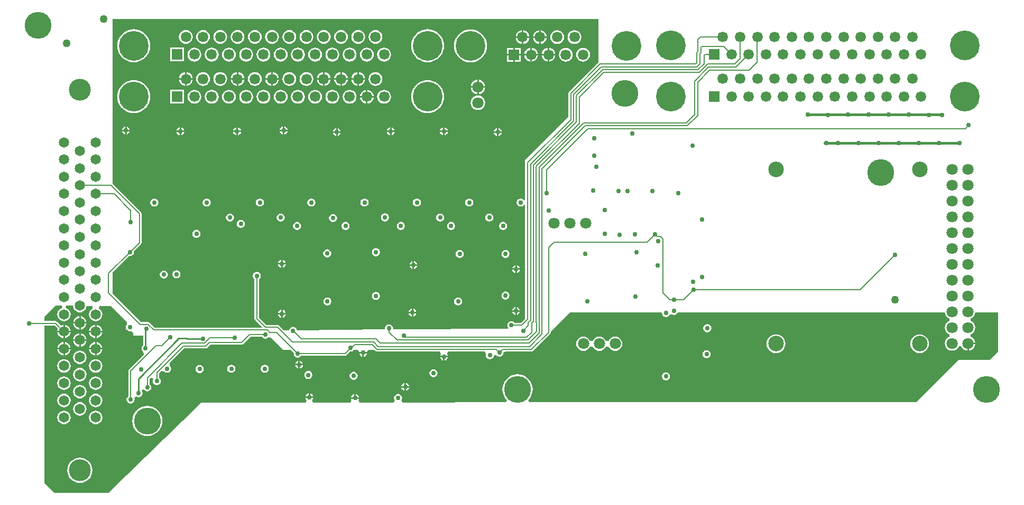
<source format=gbl>
G04*
G04 #@! TF.GenerationSoftware,Altium Limited,Altium Designer,19.0.10 (269)*
G04*
G04 Layer_Physical_Order=4*
G04 Layer_Color=16711680*
%FSLAX25Y25*%
%MOIN*%
G70*
G01*
G75*
%ADD14C,0.01000*%
%ADD32C,0.03000*%
%ADD64C,0.00800*%
%ADD69C,0.01500*%
%ADD70C,0.07087*%
%ADD71C,0.18740*%
%ADD72R,0.06653X0.06653*%
%ADD73C,0.06653*%
%ADD74C,0.16929*%
%ADD75C,0.09843*%
%ADD76C,0.06500*%
%ADD77C,0.13800*%
%ADD78C,0.05000*%
G36*
X448750Y472750D02*
X448750Y445204D01*
X430241Y426695D01*
X429931Y426231D01*
X429823Y425685D01*
X429823Y425685D01*
Y410823D01*
X402250Y383250D01*
Y358272D01*
X401750Y358120D01*
X401461Y358552D01*
X400634Y359105D01*
X399659Y359299D01*
X398683Y359105D01*
X397856Y358552D01*
X397304Y357726D01*
X397110Y356750D01*
X397304Y355774D01*
X397856Y354948D01*
X398683Y354395D01*
X399659Y354201D01*
X400634Y354395D01*
X401461Y354948D01*
X401750Y355380D01*
X402250Y355228D01*
X402250Y283269D01*
X399659Y280677D01*
X395934D01*
X395683Y281052D01*
X394856Y281605D01*
X393881Y281799D01*
X392905Y281605D01*
X392078Y281052D01*
X391526Y280225D01*
X391332Y279250D01*
X391526Y278274D01*
X392035Y277513D01*
X391899Y277012D01*
X319503Y276534D01*
X319184Y276919D01*
X319250Y277250D01*
X319056Y278225D01*
X318503Y279052D01*
X317676Y279605D01*
X316701Y279799D01*
X315726Y279605D01*
X314899Y279052D01*
X314346Y278225D01*
X314152Y277250D01*
X314225Y276884D01*
X313909Y276497D01*
X258659Y276132D01*
X258556Y276650D01*
X258003Y277477D01*
X257176Y278029D01*
X256201Y278223D01*
X255226Y278029D01*
X254399Y277477D01*
X253846Y276650D01*
X253737Y276100D01*
X250413Y276078D01*
X247481Y279011D01*
X247018Y279320D01*
X246471Y279429D01*
X246471Y279429D01*
X239326D01*
X234738Y284016D01*
Y308374D01*
X235113Y308625D01*
X235666Y309452D01*
X235860Y310427D01*
X235666Y311403D01*
X235113Y312229D01*
X234286Y312782D01*
X233311Y312976D01*
X232335Y312782D01*
X231509Y312229D01*
X230956Y311403D01*
X230762Y310427D01*
X230956Y309452D01*
X231509Y308625D01*
X231884Y308374D01*
Y283425D01*
X231884Y283425D01*
X231992Y282879D01*
X232302Y282416D01*
X236627Y278091D01*
X236436Y277629D01*
X169035D01*
X165898Y280766D01*
X165435Y281075D01*
X164889Y281184D01*
X164889Y281184D01*
X160335D01*
X142250Y299269D01*
Y312385D01*
X152808Y322943D01*
X153250Y322855D01*
X154226Y323049D01*
X155052Y323601D01*
X155605Y324428D01*
X155799Y325404D01*
X155711Y325846D01*
X160259Y330394D01*
X160259Y330394D01*
X160569Y330857D01*
X160677Y331404D01*
X160677Y331404D01*
Y349799D01*
X160677Y349799D01*
X160569Y350345D01*
X160259Y350808D01*
X160259Y350808D01*
X142468Y368599D01*
X142250Y368745D01*
Y472750D01*
X448750Y472750D01*
D02*
G37*
G36*
X110401Y291691D02*
X110641Y290229D01*
X109607Y289801D01*
X108719Y289120D01*
X108038Y288232D01*
X107609Y287198D01*
X107463Y286089D01*
X107609Y284979D01*
X108038Y283945D01*
X108719Y283057D01*
X109607Y282376D01*
X110641Y281948D01*
X111750Y281802D01*
X112859Y281948D01*
X113893Y282376D01*
X114781Y283057D01*
X115462Y283945D01*
X115891Y284979D01*
X116037Y286089D01*
X115891Y287198D01*
X115462Y288232D01*
X114781Y289120D01*
X113893Y289801D01*
X112859Y290229D01*
X113167Y291652D01*
X117424Y291591D01*
X117463Y291545D01*
X117609Y290436D01*
X118038Y289402D01*
X118719Y288514D01*
X119607Y287833D01*
X120641Y287405D01*
X121750Y287259D01*
X122860Y287405D01*
X123893Y287833D01*
X124781Y288514D01*
X125462Y289402D01*
X125891Y290436D01*
X126027Y291469D01*
X129592Y291419D01*
X129880Y289914D01*
X129607Y289801D01*
X128719Y289120D01*
X128038Y288232D01*
X127609Y287198D01*
X127463Y286089D01*
X127609Y284979D01*
X128038Y283945D01*
X128719Y283057D01*
X129607Y282376D01*
X130640Y281948D01*
X131750Y281802D01*
X132860Y281948D01*
X133893Y282376D01*
X134781Y283057D01*
X135462Y283945D01*
X135891Y284979D01*
X136037Y286089D01*
X135891Y287198D01*
X135462Y288232D01*
X134781Y289120D01*
X133893Y289801D01*
X133753Y289859D01*
X134061Y291355D01*
X141459Y291250D01*
X151267Y281442D01*
X151448Y279759D01*
X150895Y278932D01*
X150701Y277957D01*
X150895Y276981D01*
X151448Y276154D01*
X152275Y275602D01*
X153250Y275408D01*
X153750Y275507D01*
X154976Y274782D01*
X155250Y274482D01*
Y272750D01*
X161600D01*
Y266519D01*
X161327Y266337D01*
X160775Y265510D01*
X160581Y264534D01*
X160775Y263559D01*
X161327Y262732D01*
X161786Y262426D01*
X162141Y261095D01*
X162135Y260654D01*
X152741Y251259D01*
X152431Y250796D01*
X152323Y250250D01*
X152323Y250250D01*
Y234303D01*
X151948Y234052D01*
X151395Y233225D01*
X151201Y232250D01*
X151395Y231275D01*
X151948Y230448D01*
X152775Y229895D01*
X153750Y229701D01*
X154726Y229895D01*
X155552Y230448D01*
X156105Y231275D01*
X156299Y232250D01*
X156108Y233210D01*
X156146Y233265D01*
X157209Y234273D01*
X157774Y233895D01*
X158750Y233701D01*
X159725Y233895D01*
X160552Y234448D01*
X161105Y235275D01*
X161299Y236250D01*
X161105Y237226D01*
X160615Y237959D01*
X160651Y238160D01*
X161936Y238507D01*
X162251Y238466D01*
X162448Y238172D01*
X163275Y237619D01*
X164250Y237425D01*
X165226Y237619D01*
X166052Y238172D01*
X166605Y238999D01*
X166799Y239974D01*
X166605Y240950D01*
X166052Y241777D01*
X165677Y242027D01*
Y245305D01*
X166382Y246010D01*
X168003Y245510D01*
X168065Y245181D01*
X167895Y244926D01*
X167701Y243951D01*
X167895Y242975D01*
X168448Y242148D01*
X169274Y241596D01*
X170250Y241402D01*
X171226Y241596D01*
X172052Y242148D01*
X172605Y242975D01*
X172799Y243951D01*
X172605Y244926D01*
X172052Y245753D01*
X171677Y246004D01*
Y248760D01*
X173100Y250182D01*
X174948Y249948D01*
X175775Y249395D01*
X176750Y249201D01*
X177726Y249395D01*
X178552Y249948D01*
X179105Y250775D01*
X179299Y251750D01*
X179105Y252726D01*
X178552Y253552D01*
X178318Y255400D01*
X187540Y264623D01*
X201197D01*
X201197Y264623D01*
X201743Y264731D01*
X202206Y265041D01*
X203988Y266823D01*
X223682D01*
X223682Y266823D01*
X224228Y266931D01*
X224691Y267241D01*
X229324Y271874D01*
X236697D01*
X236948Y271499D01*
X237774Y270946D01*
X238750Y270752D01*
X239725Y270946D01*
X240552Y271499D01*
X242249Y271337D01*
X249836Y263750D01*
X254716D01*
X256712Y261754D01*
X256624Y261312D01*
X256818Y260337D01*
X257370Y259510D01*
X258197Y258957D01*
X259173Y258763D01*
X260148Y258957D01*
X260975Y259510D01*
X261226Y259885D01*
X288921D01*
X288921Y259885D01*
X289468Y259993D01*
X289931Y260303D01*
X292169Y262541D01*
X292371Y262501D01*
X293346Y262695D01*
X294173Y263248D01*
X294509Y263750D01*
X296865D01*
X297138Y263530D01*
X297878Y262329D01*
X302906D01*
X303646Y263530D01*
X303919Y263750D01*
X307389D01*
X308144Y262995D01*
X308144Y262995D01*
X308607Y262686D01*
X309154Y262577D01*
X309154Y262577D01*
X348842D01*
X349236Y261889D01*
X349459Y261077D01*
X349037Y260445D01*
X348942Y259970D01*
X353841D01*
X353747Y260445D01*
X353325Y261077D01*
X353547Y261889D01*
X353941Y262577D01*
X376994D01*
X377816Y261345D01*
X377866Y261077D01*
X377701Y260250D01*
X377895Y259275D01*
X378448Y258448D01*
X379275Y257895D01*
X380250Y257701D01*
X381225Y257895D01*
X382052Y258448D01*
X382605Y259275D01*
X382752Y260016D01*
X383483Y260352D01*
X384255Y260467D01*
X384512Y260082D01*
X385339Y259530D01*
X386314Y259336D01*
X387290Y259530D01*
X388117Y260082D01*
X388669Y260909D01*
X388863Y261885D01*
X390255Y262577D01*
X406504D01*
X406504Y262577D01*
X407051Y262686D01*
X407514Y262995D01*
X418259Y273741D01*
X418259Y273741D01*
X418569Y274204D01*
X418677Y274750D01*
Y275277D01*
X430650Y287250D01*
X488434D01*
X488762Y286850D01*
X488956Y285875D01*
X489509Y285048D01*
X490336Y284495D01*
X491311Y284301D01*
X492287Y284495D01*
X493114Y285048D01*
X493468Y285577D01*
X493805Y285891D01*
X495233Y286064D01*
X495336Y285995D01*
X496311Y285801D01*
X497287Y285995D01*
X498114Y286548D01*
X498583Y287250D01*
X667233D01*
X667324Y286564D01*
X667781Y285459D01*
X668510Y284510D01*
X669459Y283781D01*
X669989Y283562D01*
Y281938D01*
X669459Y281719D01*
X668510Y280990D01*
X667781Y280041D01*
X667324Y278936D01*
X667168Y277750D01*
X667324Y276564D01*
X667781Y275459D01*
X668510Y274510D01*
X669459Y273781D01*
X669989Y273562D01*
Y271938D01*
X669459Y271719D01*
X668510Y270990D01*
X667781Y270041D01*
X667324Y268936D01*
X667168Y267750D01*
X667324Y266564D01*
X667781Y265459D01*
X668510Y264510D01*
X669459Y263781D01*
X670564Y263324D01*
X671750Y263168D01*
X672936Y263324D01*
X674041Y263781D01*
X674990Y264510D01*
X675719Y265459D01*
X675938Y265989D01*
X677562D01*
X677781Y265459D01*
X678510Y264510D01*
X679459Y263781D01*
X680564Y263324D01*
X681250Y263233D01*
Y267750D01*
X681750D01*
Y268250D01*
X686267D01*
X686176Y268936D01*
X685719Y270041D01*
X684990Y270990D01*
X684041Y271719D01*
X683511Y271938D01*
Y273562D01*
X684041Y273781D01*
X684990Y274510D01*
X685719Y275459D01*
X686176Y276564D01*
X686333Y277750D01*
X686176Y278936D01*
X685719Y280041D01*
X684990Y280990D01*
X684041Y281719D01*
X683511Y281938D01*
Y283562D01*
X684041Y283781D01*
X684990Y284510D01*
X685719Y285459D01*
X686176Y286564D01*
X686267Y287250D01*
X700750D01*
Y262750D01*
X695250Y257250D01*
X675750D01*
X649250Y230750D01*
X404977Y230497D01*
X404440Y231996D01*
X404475Y232025D01*
X405658Y233466D01*
X406536Y235111D01*
X407078Y236895D01*
X407260Y238750D01*
X407078Y240605D01*
X406536Y242389D01*
X405658Y244034D01*
X404475Y245475D01*
X403034Y246658D01*
X401389Y247536D01*
X399605Y248078D01*
X397750Y248260D01*
X395895Y248078D01*
X394111Y247536D01*
X392466Y246658D01*
X391025Y245475D01*
X389842Y244034D01*
X388964Y242389D01*
X388422Y240605D01*
X388240Y238750D01*
X388422Y236895D01*
X388964Y235111D01*
X389842Y233466D01*
X391025Y232025D01*
X391077Y231982D01*
X390541Y230482D01*
X325158Y230414D01*
X325011Y230587D01*
X324493Y231914D01*
X324776Y232337D01*
X324970Y233312D01*
X324776Y234288D01*
X324224Y235115D01*
X323397Y235667D01*
X322421Y235861D01*
X321446Y235667D01*
X320619Y235115D01*
X320066Y234288D01*
X319872Y233312D01*
X320066Y232337D01*
X320352Y231909D01*
X319843Y230592D01*
X319688Y230409D01*
X298032Y230386D01*
X297989Y230431D01*
X297368Y231886D01*
X297605Y232241D01*
X297699Y232716D01*
X292800D01*
X292895Y232241D01*
X293135Y231881D01*
X292523Y230435D01*
X292472Y230380D01*
X268642Y230356D01*
X268186Y231855D01*
X268294Y231927D01*
X268847Y232754D01*
X268941Y233230D01*
X264042D01*
X264137Y232754D01*
X264689Y231927D01*
X264802Y231852D01*
X264348Y230351D01*
X198369Y230283D01*
X139640Y173250D01*
X105750Y173250D01*
X99250Y179750D01*
Y279029D01*
X105924D01*
X107906Y277048D01*
X107609Y276332D01*
X107529Y275722D01*
X111250D01*
Y279443D01*
X110641Y279363D01*
X109925Y279066D01*
X107525Y281466D01*
X107062Y281775D01*
X106516Y281884D01*
X106516Y281884D01*
X99250D01*
Y284750D01*
X106250Y291750D01*
X110401Y291691D01*
D02*
G37*
%LPC*%
G36*
X412297Y465548D02*
Y461750D01*
X416095D01*
X416013Y462380D01*
X415577Y463432D01*
X414883Y464336D01*
X413979Y465029D01*
X412927Y465465D01*
X412297Y465548D01*
D02*
G37*
G36*
X401392D02*
Y461750D01*
X405190D01*
X405107Y462380D01*
X404671Y463432D01*
X403978Y464336D01*
X403074Y465029D01*
X402021Y465465D01*
X401392Y465548D01*
D02*
G37*
G36*
X411297Y465548D02*
X410668Y465465D01*
X409615Y465029D01*
X408711Y464336D01*
X408018Y463432D01*
X407582Y462380D01*
X407499Y461750D01*
X411297D01*
Y465548D01*
D02*
G37*
G36*
X400392D02*
X399762Y465465D01*
X398710Y465029D01*
X397806Y464336D01*
X397112Y463432D01*
X396676Y462380D01*
X396593Y461750D01*
X400392D01*
Y465548D01*
D02*
G37*
G36*
X308157Y465705D02*
X307028Y465556D01*
X305975Y465120D01*
X305071Y464427D01*
X304378Y463523D01*
X303942Y462470D01*
X303793Y461341D01*
X303942Y460211D01*
X304378Y459159D01*
X305071Y458255D01*
X305975Y457561D01*
X307028Y457125D01*
X308157Y456977D01*
X309287Y457125D01*
X310339Y457561D01*
X311243Y458255D01*
X311937Y459159D01*
X312373Y460211D01*
X312522Y461341D01*
X312373Y462470D01*
X311937Y463523D01*
X311243Y464427D01*
X310339Y465120D01*
X309287Y465556D01*
X308157Y465705D01*
D02*
G37*
G36*
X297287D02*
X296158Y465556D01*
X295105Y465120D01*
X294201Y464427D01*
X293508Y463523D01*
X293072Y462470D01*
X292923Y461341D01*
X293072Y460211D01*
X293508Y459159D01*
X294201Y458255D01*
X295105Y457561D01*
X296158Y457125D01*
X297287Y456977D01*
X298417Y457125D01*
X299469Y457561D01*
X300373Y458255D01*
X301067Y459159D01*
X301503Y460211D01*
X301652Y461341D01*
X301503Y462470D01*
X301067Y463523D01*
X300373Y464427D01*
X299469Y465120D01*
X298417Y465556D01*
X297287Y465705D01*
D02*
G37*
G36*
X286417D02*
X285288Y465556D01*
X284235Y465120D01*
X283331Y464427D01*
X282638Y463523D01*
X282202Y462470D01*
X282053Y461341D01*
X282202Y460211D01*
X282638Y459159D01*
X283331Y458255D01*
X284235Y457561D01*
X285288Y457125D01*
X286417Y456977D01*
X287547Y457125D01*
X288599Y457561D01*
X289503Y458255D01*
X290197Y459159D01*
X290633Y460211D01*
X290781Y461341D01*
X290633Y462470D01*
X290197Y463523D01*
X289503Y464427D01*
X288599Y465120D01*
X287547Y465556D01*
X286417Y465705D01*
D02*
G37*
G36*
X275547D02*
X274418Y465556D01*
X273365Y465120D01*
X272461Y464427D01*
X271768Y463523D01*
X271332Y462470D01*
X271183Y461341D01*
X271332Y460211D01*
X271768Y459159D01*
X272461Y458255D01*
X273365Y457561D01*
X274418Y457125D01*
X275547Y456977D01*
X276677Y457125D01*
X277729Y457561D01*
X278633Y458255D01*
X279327Y459159D01*
X279763Y460211D01*
X279911Y461341D01*
X279763Y462470D01*
X279327Y463523D01*
X278633Y464427D01*
X277729Y465120D01*
X276677Y465556D01*
X275547Y465705D01*
D02*
G37*
G36*
X264677D02*
X263548Y465556D01*
X262495Y465120D01*
X261591Y464427D01*
X260898Y463523D01*
X260462Y462470D01*
X260313Y461341D01*
X260462Y460211D01*
X260898Y459159D01*
X261591Y458255D01*
X262495Y457561D01*
X263548Y457125D01*
X264677Y456977D01*
X265807Y457125D01*
X266859Y457561D01*
X267763Y458255D01*
X268457Y459159D01*
X268893Y460211D01*
X269041Y461341D01*
X268893Y462470D01*
X268457Y463523D01*
X267763Y464427D01*
X266859Y465120D01*
X265807Y465556D01*
X264677Y465705D01*
D02*
G37*
G36*
X253807D02*
X252677Y465556D01*
X251625Y465120D01*
X250721Y464427D01*
X250028Y463523D01*
X249592Y462470D01*
X249443Y461341D01*
X249592Y460211D01*
X250028Y459159D01*
X250721Y458255D01*
X251625Y457561D01*
X252677Y457125D01*
X253807Y456977D01*
X254937Y457125D01*
X255989Y457561D01*
X256893Y458255D01*
X257586Y459159D01*
X258022Y460211D01*
X258171Y461341D01*
X258022Y462470D01*
X257586Y463523D01*
X256893Y464427D01*
X255989Y465120D01*
X254937Y465556D01*
X253807Y465705D01*
D02*
G37*
G36*
X242937D02*
X241808Y465556D01*
X240755Y465120D01*
X239851Y464427D01*
X239158Y463523D01*
X238722Y462470D01*
X238573Y461341D01*
X238722Y460211D01*
X239158Y459159D01*
X239851Y458255D01*
X240755Y457561D01*
X241808Y457125D01*
X242937Y456977D01*
X244067Y457125D01*
X245119Y457561D01*
X246023Y458255D01*
X246716Y459159D01*
X247152Y460211D01*
X247301Y461341D01*
X247152Y462470D01*
X246716Y463523D01*
X246023Y464427D01*
X245119Y465120D01*
X244067Y465556D01*
X242937Y465705D01*
D02*
G37*
G36*
X232067D02*
X230938Y465556D01*
X229885Y465120D01*
X228981Y464427D01*
X228288Y463523D01*
X227852Y462470D01*
X227703Y461341D01*
X227852Y460211D01*
X228288Y459159D01*
X228981Y458255D01*
X229885Y457561D01*
X230938Y457125D01*
X232067Y456977D01*
X233196Y457125D01*
X234249Y457561D01*
X235153Y458255D01*
X235846Y459159D01*
X236282Y460211D01*
X236431Y461341D01*
X236282Y462470D01*
X235846Y463523D01*
X235153Y464427D01*
X234249Y465120D01*
X233196Y465556D01*
X232067Y465705D01*
D02*
G37*
G36*
X221197D02*
X220067Y465556D01*
X219015Y465120D01*
X218111Y464427D01*
X217417Y463523D01*
X216981Y462470D01*
X216833Y461341D01*
X216981Y460211D01*
X217417Y459159D01*
X218111Y458255D01*
X219015Y457561D01*
X220067Y457125D01*
X221197Y456977D01*
X222326Y457125D01*
X223379Y457561D01*
X224283Y458255D01*
X224976Y459159D01*
X225412Y460211D01*
X225561Y461341D01*
X225412Y462470D01*
X224976Y463523D01*
X224283Y464427D01*
X223379Y465120D01*
X222326Y465556D01*
X221197Y465705D01*
D02*
G37*
G36*
X210327D02*
X209197Y465556D01*
X208145Y465120D01*
X207241Y464427D01*
X206547Y463523D01*
X206111Y462470D01*
X205963Y461341D01*
X206111Y460211D01*
X206547Y459159D01*
X207241Y458255D01*
X208145Y457561D01*
X209197Y457125D01*
X210327Y456977D01*
X211456Y457125D01*
X212509Y457561D01*
X213413Y458255D01*
X214106Y459159D01*
X214542Y460211D01*
X214691Y461341D01*
X214542Y462470D01*
X214106Y463523D01*
X213413Y464427D01*
X212509Y465120D01*
X211456Y465556D01*
X210327Y465705D01*
D02*
G37*
G36*
X199457D02*
X198327Y465556D01*
X197274Y465120D01*
X196371Y464427D01*
X195677Y463523D01*
X195241Y462470D01*
X195092Y461341D01*
X195241Y460211D01*
X195677Y459159D01*
X196371Y458255D01*
X197274Y457561D01*
X198327Y457125D01*
X199457Y456977D01*
X200586Y457125D01*
X201639Y457561D01*
X202542Y458255D01*
X203236Y459159D01*
X203672Y460211D01*
X203821Y461341D01*
X203672Y462470D01*
X203236Y463523D01*
X202542Y464427D01*
X201639Y465120D01*
X200586Y465556D01*
X199457Y465705D01*
D02*
G37*
G36*
X188587D02*
X187457Y465556D01*
X186405Y465120D01*
X185501Y464427D01*
X184807Y463523D01*
X184371Y462470D01*
X184222Y461341D01*
X184371Y460211D01*
X184807Y459159D01*
X185501Y458255D01*
X186405Y457561D01*
X187457Y457125D01*
X188587Y456977D01*
X189716Y457125D01*
X190769Y457561D01*
X191673Y458255D01*
X192366Y459159D01*
X192802Y460211D01*
X192951Y461341D01*
X192802Y462470D01*
X192366Y463523D01*
X191673Y464427D01*
X190769Y465120D01*
X189716Y465556D01*
X188587Y465705D01*
D02*
G37*
G36*
X405190Y460750D02*
X401392D01*
Y456952D01*
X402021Y457035D01*
X403074Y457471D01*
X403978Y458164D01*
X404671Y459068D01*
X405107Y460120D01*
X405190Y460750D01*
D02*
G37*
G36*
X416095D02*
X412297D01*
Y456952D01*
X412927Y457035D01*
X413979Y457471D01*
X414883Y458164D01*
X415577Y459068D01*
X416013Y460120D01*
X416095Y460750D01*
D02*
G37*
G36*
X411297D02*
X407499D01*
X407582Y460120D01*
X408018Y459068D01*
X408711Y458164D01*
X409615Y457471D01*
X410668Y457035D01*
X411297Y456952D01*
Y460750D01*
D02*
G37*
G36*
X400392D02*
X396593D01*
X396676Y460120D01*
X397112Y459068D01*
X397806Y458164D01*
X398710Y457471D01*
X399762Y457035D01*
X400392Y456952D01*
Y460750D01*
D02*
G37*
G36*
X433608Y465614D02*
X432479Y465465D01*
X431426Y465029D01*
X430522Y464336D01*
X429829Y463432D01*
X429393Y462380D01*
X429244Y461250D01*
X429393Y460120D01*
X429829Y459068D01*
X430522Y458164D01*
X431426Y457471D01*
X432479Y457035D01*
X433608Y456886D01*
X434738Y457035D01*
X435790Y457471D01*
X436694Y458164D01*
X437388Y459068D01*
X437824Y460120D01*
X437972Y461250D01*
X437824Y462380D01*
X437388Y463432D01*
X436694Y464336D01*
X435790Y465029D01*
X434738Y465465D01*
X433608Y465614D01*
D02*
G37*
G36*
X422703D02*
X421573Y465465D01*
X420521Y465029D01*
X419617Y464336D01*
X418923Y463432D01*
X418487Y462380D01*
X418339Y461250D01*
X418487Y460120D01*
X418923Y459068D01*
X419617Y458164D01*
X420521Y457471D01*
X421573Y457035D01*
X422703Y456886D01*
X423832Y457035D01*
X424885Y457471D01*
X425789Y458164D01*
X426482Y459068D01*
X426918Y460120D01*
X427067Y461250D01*
X426918Y462380D01*
X426482Y463432D01*
X425789Y464336D01*
X424885Y465029D01*
X423832Y465465D01*
X422703Y465614D01*
D02*
G37*
G36*
X417750Y454367D02*
Y450569D01*
X421548D01*
X421465Y451198D01*
X421029Y452251D01*
X420336Y453155D01*
X419432Y453848D01*
X418379Y454284D01*
X417750Y454367D01*
D02*
G37*
G36*
X406844D02*
Y450569D01*
X410643D01*
X410560Y451198D01*
X410124Y452251D01*
X409430Y453155D01*
X408527Y453848D01*
X407474Y454284D01*
X406844Y454367D01*
D02*
G37*
G36*
X399766Y454396D02*
X395939D01*
Y450569D01*
X399766D01*
Y454396D01*
D02*
G37*
G36*
X416750Y454367D02*
X416120Y454284D01*
X415068Y453848D01*
X414164Y453155D01*
X413471Y452251D01*
X413035Y451198D01*
X412952Y450569D01*
X416750D01*
Y454367D01*
D02*
G37*
G36*
X405844D02*
X405215Y454284D01*
X404162Y453848D01*
X403259Y453155D01*
X402565Y452251D01*
X402129Y451198D01*
X402046Y450569D01*
X405844D01*
Y454367D01*
D02*
G37*
G36*
X394939Y454396D02*
X391112D01*
Y450569D01*
X394939D01*
Y454396D01*
D02*
G37*
G36*
X187478Y454486D02*
X178825D01*
Y445833D01*
X187478D01*
Y454486D01*
D02*
G37*
G36*
X313593Y454524D02*
X312463Y454375D01*
X311410Y453939D01*
X310507Y453245D01*
X309813Y452342D01*
X309377Y451289D01*
X309228Y450159D01*
X309377Y449030D01*
X309813Y447977D01*
X310507Y447074D01*
X311410Y446380D01*
X312463Y445944D01*
X313593Y445795D01*
X314722Y445944D01*
X315775Y446380D01*
X316679Y447074D01*
X317372Y447977D01*
X317808Y449030D01*
X317957Y450159D01*
X317808Y451289D01*
X317372Y452342D01*
X316679Y453245D01*
X315775Y453939D01*
X314722Y454375D01*
X313593Y454524D01*
D02*
G37*
G36*
X302722D02*
X301593Y454375D01*
X300540Y453939D01*
X299637Y453245D01*
X298943Y452342D01*
X298507Y451289D01*
X298358Y450159D01*
X298507Y449030D01*
X298943Y447977D01*
X299637Y447074D01*
X300540Y446380D01*
X301593Y445944D01*
X302722Y445795D01*
X303852Y445944D01*
X304905Y446380D01*
X305808Y447074D01*
X306502Y447977D01*
X306938Y449030D01*
X307086Y450159D01*
X306938Y451289D01*
X306502Y452342D01*
X305808Y453245D01*
X304905Y453939D01*
X303852Y454375D01*
X302722Y454524D01*
D02*
G37*
G36*
X291852D02*
X290723Y454375D01*
X289670Y453939D01*
X288767Y453245D01*
X288073Y452342D01*
X287637Y451289D01*
X287488Y450159D01*
X287637Y449030D01*
X288073Y447977D01*
X288767Y447074D01*
X289670Y446380D01*
X290723Y445944D01*
X291852Y445795D01*
X292982Y445944D01*
X294035Y446380D01*
X294938Y447074D01*
X295632Y447977D01*
X296068Y449030D01*
X296217Y450159D01*
X296068Y451289D01*
X295632Y452342D01*
X294938Y453245D01*
X294035Y453939D01*
X292982Y454375D01*
X291852Y454524D01*
D02*
G37*
G36*
X280982D02*
X279853Y454375D01*
X278800Y453939D01*
X277896Y453245D01*
X277203Y452342D01*
X276767Y451289D01*
X276618Y450159D01*
X276767Y449030D01*
X277203Y447977D01*
X277896Y447074D01*
X278800Y446380D01*
X279853Y445944D01*
X280982Y445795D01*
X282112Y445944D01*
X283164Y446380D01*
X284068Y447074D01*
X284762Y447977D01*
X285198Y449030D01*
X285346Y450159D01*
X285198Y451289D01*
X284762Y452342D01*
X284068Y453245D01*
X283164Y453939D01*
X282112Y454375D01*
X280982Y454524D01*
D02*
G37*
G36*
X270112D02*
X268983Y454375D01*
X267930Y453939D01*
X267026Y453245D01*
X266333Y452342D01*
X265897Y451289D01*
X265748Y450159D01*
X265897Y449030D01*
X266333Y447977D01*
X267026Y447074D01*
X267930Y446380D01*
X268983Y445944D01*
X270112Y445795D01*
X271242Y445944D01*
X272294Y446380D01*
X273198Y447074D01*
X273892Y447977D01*
X274328Y449030D01*
X274476Y450159D01*
X274328Y451289D01*
X273892Y452342D01*
X273198Y453245D01*
X272294Y453939D01*
X271242Y454375D01*
X270112Y454524D01*
D02*
G37*
G36*
X259242D02*
X258113Y454375D01*
X257060Y453939D01*
X256156Y453245D01*
X255463Y452342D01*
X255027Y451289D01*
X254878Y450159D01*
X255027Y449030D01*
X255463Y447977D01*
X256156Y447074D01*
X257060Y446380D01*
X258113Y445944D01*
X259242Y445795D01*
X260372Y445944D01*
X261424Y446380D01*
X262328Y447074D01*
X263022Y447977D01*
X263458Y449030D01*
X263606Y450159D01*
X263458Y451289D01*
X263022Y452342D01*
X262328Y453245D01*
X261424Y453939D01*
X260372Y454375D01*
X259242Y454524D01*
D02*
G37*
G36*
X248372D02*
X247242Y454375D01*
X246190Y453939D01*
X245286Y453245D01*
X244593Y452342D01*
X244157Y451289D01*
X244008Y450159D01*
X244157Y449030D01*
X244593Y447977D01*
X245286Y447074D01*
X246190Y446380D01*
X247242Y445944D01*
X248372Y445795D01*
X249501Y445944D01*
X250554Y446380D01*
X251458Y447074D01*
X252151Y447977D01*
X252587Y449030D01*
X252736Y450159D01*
X252587Y451289D01*
X252151Y452342D01*
X251458Y453245D01*
X250554Y453939D01*
X249501Y454375D01*
X248372Y454524D01*
D02*
G37*
G36*
X237502D02*
X236372Y454375D01*
X235320Y453939D01*
X234416Y453245D01*
X233723Y452342D01*
X233287Y451289D01*
X233138Y450159D01*
X233287Y449030D01*
X233723Y447977D01*
X234416Y447074D01*
X235320Y446380D01*
X236372Y445944D01*
X237502Y445795D01*
X238632Y445944D01*
X239684Y446380D01*
X240588Y447074D01*
X241281Y447977D01*
X241717Y449030D01*
X241866Y450159D01*
X241717Y451289D01*
X241281Y452342D01*
X240588Y453245D01*
X239684Y453939D01*
X238632Y454375D01*
X237502Y454524D01*
D02*
G37*
G36*
X226632D02*
X225502Y454375D01*
X224450Y453939D01*
X223546Y453245D01*
X222852Y452342D01*
X222416Y451289D01*
X222268Y450159D01*
X222416Y449030D01*
X222852Y447977D01*
X223546Y447074D01*
X224450Y446380D01*
X225502Y445944D01*
X226632Y445795D01*
X227761Y445944D01*
X228814Y446380D01*
X229718Y447074D01*
X230411Y447977D01*
X230847Y449030D01*
X230996Y450159D01*
X230847Y451289D01*
X230411Y452342D01*
X229718Y453245D01*
X228814Y453939D01*
X227761Y454375D01*
X226632Y454524D01*
D02*
G37*
G36*
X215762D02*
X214632Y454375D01*
X213580Y453939D01*
X212676Y453245D01*
X211982Y452342D01*
X211546Y451289D01*
X211398Y450159D01*
X211546Y449030D01*
X211982Y447977D01*
X212676Y447074D01*
X213580Y446380D01*
X214632Y445944D01*
X215762Y445795D01*
X216891Y445944D01*
X217944Y446380D01*
X218848Y447074D01*
X219541Y447977D01*
X219977Y449030D01*
X220126Y450159D01*
X219977Y451289D01*
X219541Y452342D01*
X218848Y453245D01*
X217944Y453939D01*
X216891Y454375D01*
X215762Y454524D01*
D02*
G37*
G36*
X204892D02*
X203762Y454375D01*
X202710Y453939D01*
X201806Y453245D01*
X201112Y452342D01*
X200676Y451289D01*
X200528Y450159D01*
X200676Y449030D01*
X201112Y447977D01*
X201806Y447074D01*
X202710Y446380D01*
X203762Y445944D01*
X204892Y445795D01*
X206021Y445944D01*
X207074Y446380D01*
X207978Y447074D01*
X208671Y447977D01*
X209107Y449030D01*
X209256Y450159D01*
X209107Y451289D01*
X208671Y452342D01*
X207978Y453245D01*
X207074Y453939D01*
X206021Y454375D01*
X204892Y454524D01*
D02*
G37*
G36*
X194022D02*
X192892Y454375D01*
X191840Y453939D01*
X190936Y453245D01*
X190242Y452342D01*
X189806Y451289D01*
X189657Y450159D01*
X189806Y449030D01*
X190242Y447977D01*
X190936Y447074D01*
X191840Y446380D01*
X192892Y445944D01*
X194022Y445795D01*
X195151Y445944D01*
X196204Y446380D01*
X197108Y447074D01*
X197801Y447977D01*
X198237Y449030D01*
X198386Y450159D01*
X198237Y451289D01*
X197801Y452342D01*
X197108Y453245D01*
X196204Y453939D01*
X195151Y454375D01*
X194022Y454524D01*
D02*
G37*
G36*
X421548Y449569D02*
X417750D01*
Y445771D01*
X418379Y445854D01*
X419432Y446290D01*
X420336Y446983D01*
X421029Y447887D01*
X421465Y448940D01*
X421548Y449569D01*
D02*
G37*
G36*
X410643D02*
X406844D01*
Y445771D01*
X407474Y445854D01*
X408527Y446290D01*
X409430Y446983D01*
X410124Y447887D01*
X410560Y448940D01*
X410643Y449569D01*
D02*
G37*
G36*
X416750D02*
X412952D01*
X413035Y448940D01*
X413471Y447887D01*
X414164Y446983D01*
X415068Y446290D01*
X416120Y445854D01*
X416750Y445771D01*
Y449569D01*
D02*
G37*
G36*
X405844D02*
X402046D01*
X402129Y448940D01*
X402565Y447887D01*
X403259Y446983D01*
X404162Y446290D01*
X405215Y445854D01*
X405844Y445771D01*
Y449569D01*
D02*
G37*
G36*
X399766D02*
X395939D01*
Y445742D01*
X399766D01*
Y449569D01*
D02*
G37*
G36*
X394939D02*
X391112D01*
Y445742D01*
X394939D01*
Y449569D01*
D02*
G37*
G36*
X439061Y454433D02*
X437931Y454284D01*
X436879Y453848D01*
X435975Y453155D01*
X435282Y452251D01*
X434846Y451198D01*
X434697Y450069D01*
X434846Y448940D01*
X435282Y447887D01*
X435975Y446983D01*
X436879Y446290D01*
X437931Y445854D01*
X439061Y445705D01*
X440191Y445854D01*
X441243Y446290D01*
X442147Y446983D01*
X442840Y447887D01*
X443276Y448940D01*
X443425Y450069D01*
X443276Y451198D01*
X442840Y452251D01*
X442147Y453155D01*
X441243Y453848D01*
X440191Y454284D01*
X439061Y454433D01*
D02*
G37*
G36*
X428156D02*
X427026Y454284D01*
X425974Y453848D01*
X425070Y453155D01*
X424376Y452251D01*
X423940Y451198D01*
X423792Y450069D01*
X423940Y448940D01*
X424376Y447887D01*
X425070Y446983D01*
X425974Y446290D01*
X427026Y445854D01*
X428156Y445705D01*
X429285Y445854D01*
X430338Y446290D01*
X431242Y446983D01*
X431935Y447887D01*
X432371Y448940D01*
X432520Y450069D01*
X432371Y451198D01*
X431935Y452251D01*
X431242Y453155D01*
X430338Y453848D01*
X429285Y454284D01*
X428156Y454433D01*
D02*
G37*
G36*
X340994Y466152D02*
X339367Y466024D01*
X337780Y465643D01*
X336272Y465018D01*
X334880Y464165D01*
X333639Y463105D01*
X332578Y461864D01*
X331726Y460472D01*
X331101Y458964D01*
X330720Y457377D01*
X330592Y455750D01*
X330720Y454123D01*
X331101Y452536D01*
X331726Y451027D01*
X332578Y449636D01*
X333639Y448395D01*
X334880Y447334D01*
X336272Y446482D01*
X337780Y445857D01*
X339367Y445476D01*
X340994Y445348D01*
X342621Y445476D01*
X344208Y445857D01*
X345717Y446482D01*
X347108Y447334D01*
X348349Y448395D01*
X349410Y449636D01*
X350262Y451027D01*
X350887Y452536D01*
X351268Y454123D01*
X351396Y455750D01*
X351268Y457377D01*
X350887Y458964D01*
X350262Y460472D01*
X349410Y461864D01*
X348349Y463105D01*
X347108Y464165D01*
X345717Y465018D01*
X344208Y465643D01*
X342621Y466024D01*
X340994Y466152D01*
D02*
G37*
G36*
X155750D02*
X154123Y466024D01*
X152536Y465643D01*
X151028Y465018D01*
X149636Y464165D01*
X148395Y463105D01*
X147335Y461864D01*
X146482Y460472D01*
X145857Y458964D01*
X145476Y457377D01*
X145348Y455750D01*
X145476Y454123D01*
X145857Y452536D01*
X146482Y451027D01*
X147335Y449636D01*
X148395Y448395D01*
X149636Y447334D01*
X151028Y446482D01*
X152536Y445857D01*
X154123Y445476D01*
X155750Y445348D01*
X157377Y445476D01*
X158964Y445857D01*
X160473Y446482D01*
X161864Y447334D01*
X163105Y448395D01*
X164165Y449636D01*
X165018Y451027D01*
X165643Y452536D01*
X166024Y454123D01*
X166152Y455750D01*
X166024Y457377D01*
X165643Y458964D01*
X165018Y460472D01*
X164165Y461864D01*
X163105Y463105D01*
X161864Y464165D01*
X160473Y465018D01*
X158964Y465643D01*
X157377Y466024D01*
X155750Y466152D01*
D02*
G37*
G36*
X368057Y466061D02*
X366430Y465934D01*
X364843Y465552D01*
X363334Y464928D01*
X361943Y464075D01*
X360702Y463015D01*
X359642Y461774D01*
X358789Y460382D01*
X358164Y458874D01*
X357783Y457287D01*
X357655Y455659D01*
X357783Y454032D01*
X358164Y452445D01*
X358789Y450937D01*
X359642Y449545D01*
X360702Y448304D01*
X361943Y447244D01*
X363334Y446391D01*
X364843Y445766D01*
X366430Y445385D01*
X368057Y445257D01*
X369684Y445385D01*
X371271Y445766D01*
X372779Y446391D01*
X374171Y447244D01*
X375412Y448304D01*
X376472Y449545D01*
X377325Y450937D01*
X377950Y452445D01*
X378331Y454032D01*
X378459Y455659D01*
X378331Y457287D01*
X377950Y458874D01*
X377325Y460382D01*
X376472Y461774D01*
X375412Y463015D01*
X374171Y464075D01*
X372779Y464928D01*
X371271Y465552D01*
X369684Y465934D01*
X368057Y466061D01*
D02*
G37*
G36*
X297787Y439064D02*
Y435266D01*
X301586D01*
X301503Y435895D01*
X301067Y436948D01*
X300373Y437852D01*
X299469Y438545D01*
X298417Y438981D01*
X297787Y439064D01*
D02*
G37*
G36*
X286917D02*
Y435266D01*
X290716D01*
X290633Y435895D01*
X290197Y436948D01*
X289503Y437852D01*
X288599Y438545D01*
X287547Y438981D01*
X286917Y439064D01*
D02*
G37*
G36*
X276047D02*
Y435266D01*
X279845D01*
X279763Y435895D01*
X279327Y436948D01*
X278633Y437852D01*
X277729Y438545D01*
X276677Y438981D01*
X276047Y439064D01*
D02*
G37*
G36*
X243437D02*
Y435266D01*
X247235D01*
X247152Y435895D01*
X246716Y436948D01*
X246023Y437852D01*
X245119Y438545D01*
X244067Y438981D01*
X243437Y439064D01*
D02*
G37*
G36*
X221697D02*
Y435266D01*
X225495D01*
X225412Y435895D01*
X224976Y436948D01*
X224283Y437852D01*
X223379Y438545D01*
X222326Y438981D01*
X221697Y439064D01*
D02*
G37*
G36*
X189087D02*
Y435266D01*
X192885D01*
X192802Y435895D01*
X192366Y436948D01*
X191673Y437852D01*
X190769Y438545D01*
X189716Y438981D01*
X189087Y439064D01*
D02*
G37*
G36*
X296787Y439064D02*
X296158Y438981D01*
X295105Y438545D01*
X294201Y437852D01*
X293508Y436948D01*
X293072Y435895D01*
X292989Y435266D01*
X296787D01*
Y439064D01*
D02*
G37*
G36*
X285917D02*
X285288Y438981D01*
X284235Y438545D01*
X283331Y437852D01*
X282638Y436948D01*
X282202Y435895D01*
X282119Y435266D01*
X285917D01*
Y439064D01*
D02*
G37*
G36*
X275047D02*
X274418Y438981D01*
X273365Y438545D01*
X272461Y437852D01*
X271768Y436948D01*
X271332Y435895D01*
X271249Y435266D01*
X275047D01*
Y439064D01*
D02*
G37*
G36*
X242437D02*
X241808Y438981D01*
X240755Y438545D01*
X239851Y437852D01*
X239158Y436948D01*
X238722Y435895D01*
X238639Y435266D01*
X242437D01*
Y439064D01*
D02*
G37*
G36*
X220697D02*
X220067Y438981D01*
X219015Y438545D01*
X218111Y437852D01*
X217417Y436948D01*
X216981Y435895D01*
X216898Y435266D01*
X220697D01*
Y439064D01*
D02*
G37*
G36*
X188087D02*
X187457Y438981D01*
X186405Y438545D01*
X185501Y437852D01*
X184807Y436948D01*
X184371Y435895D01*
X184288Y435266D01*
X188087D01*
Y439064D01*
D02*
G37*
G36*
X301586Y434266D02*
X297787D01*
Y430468D01*
X298417Y430550D01*
X299469Y430986D01*
X300373Y431680D01*
X301067Y432584D01*
X301503Y433636D01*
X301586Y434266D01*
D02*
G37*
G36*
X290716D02*
X286917D01*
Y430468D01*
X287547Y430550D01*
X288599Y430986D01*
X289503Y431680D01*
X290197Y432584D01*
X290633Y433636D01*
X290716Y434266D01*
D02*
G37*
G36*
X279845D02*
X276047D01*
Y430468D01*
X276677Y430550D01*
X277729Y430986D01*
X278633Y431680D01*
X279327Y432584D01*
X279763Y433636D01*
X279845Y434266D01*
D02*
G37*
G36*
X247235D02*
X243437D01*
Y430468D01*
X244067Y430550D01*
X245119Y430986D01*
X246023Y431680D01*
X246716Y432584D01*
X247152Y433636D01*
X247235Y434266D01*
D02*
G37*
G36*
X225495D02*
X221697D01*
Y430468D01*
X222326Y430550D01*
X223379Y430986D01*
X224283Y431680D01*
X224976Y432584D01*
X225412Y433636D01*
X225495Y434266D01*
D02*
G37*
G36*
X192885D02*
X189087D01*
Y430468D01*
X189716Y430550D01*
X190769Y430986D01*
X191673Y431680D01*
X192366Y432584D01*
X192802Y433636D01*
X192885Y434266D01*
D02*
G37*
G36*
X296787D02*
X292989D01*
X293072Y433636D01*
X293508Y432584D01*
X294201Y431680D01*
X295105Y430986D01*
X296158Y430550D01*
X296787Y430468D01*
Y434266D01*
D02*
G37*
G36*
X242437D02*
X238639D01*
X238722Y433636D01*
X239158Y432584D01*
X239851Y431680D01*
X240755Y430986D01*
X241808Y430550D01*
X242437Y430468D01*
Y434266D01*
D02*
G37*
G36*
X285917D02*
X282119D01*
X282202Y433636D01*
X282638Y432584D01*
X283331Y431680D01*
X284235Y430986D01*
X285288Y430550D01*
X285917Y430468D01*
Y434266D01*
D02*
G37*
G36*
X275047D02*
X271249D01*
X271332Y433636D01*
X271768Y432584D01*
X272461Y431680D01*
X273365Y430986D01*
X274418Y430550D01*
X275047Y430468D01*
Y434266D01*
D02*
G37*
G36*
X220697D02*
X216898D01*
X216981Y433636D01*
X217417Y432584D01*
X218111Y431680D01*
X219015Y430986D01*
X220067Y430550D01*
X220697Y430468D01*
Y434266D01*
D02*
G37*
G36*
X188087D02*
X184288D01*
X184371Y433636D01*
X184807Y432584D01*
X185501Y431680D01*
X186405Y430986D01*
X187457Y430550D01*
X188087Y430468D01*
Y434266D01*
D02*
G37*
G36*
X308157Y439130D02*
X307028Y438981D01*
X305975Y438545D01*
X305071Y437852D01*
X304378Y436948D01*
X303942Y435895D01*
X303793Y434766D01*
X303942Y433636D01*
X304378Y432584D01*
X305071Y431680D01*
X305975Y430986D01*
X307028Y430550D01*
X308157Y430402D01*
X309287Y430550D01*
X310339Y430986D01*
X311243Y431680D01*
X311937Y432584D01*
X312373Y433636D01*
X312522Y434766D01*
X312373Y435895D01*
X311937Y436948D01*
X311243Y437852D01*
X310339Y438545D01*
X309287Y438981D01*
X308157Y439130D01*
D02*
G37*
G36*
X264677D02*
X263548Y438981D01*
X262495Y438545D01*
X261591Y437852D01*
X260898Y436948D01*
X260462Y435895D01*
X260313Y434766D01*
X260462Y433636D01*
X260898Y432584D01*
X261591Y431680D01*
X262495Y430986D01*
X263548Y430550D01*
X264677Y430402D01*
X265807Y430550D01*
X266859Y430986D01*
X267763Y431680D01*
X268457Y432584D01*
X268893Y433636D01*
X269041Y434766D01*
X268893Y435895D01*
X268457Y436948D01*
X267763Y437852D01*
X266859Y438545D01*
X265807Y438981D01*
X264677Y439130D01*
D02*
G37*
G36*
X253807D02*
X252677Y438981D01*
X251625Y438545D01*
X250721Y437852D01*
X250028Y436948D01*
X249592Y435895D01*
X249443Y434766D01*
X249592Y433636D01*
X250028Y432584D01*
X250721Y431680D01*
X251625Y430986D01*
X252677Y430550D01*
X253807Y430402D01*
X254937Y430550D01*
X255989Y430986D01*
X256893Y431680D01*
X257586Y432584D01*
X258022Y433636D01*
X258171Y434766D01*
X258022Y435895D01*
X257586Y436948D01*
X256893Y437852D01*
X255989Y438545D01*
X254937Y438981D01*
X253807Y439130D01*
D02*
G37*
G36*
X232067D02*
X230938Y438981D01*
X229885Y438545D01*
X228981Y437852D01*
X228288Y436948D01*
X227852Y435895D01*
X227703Y434766D01*
X227852Y433636D01*
X228288Y432584D01*
X228981Y431680D01*
X229885Y430986D01*
X230938Y430550D01*
X232067Y430402D01*
X233196Y430550D01*
X234249Y430986D01*
X235153Y431680D01*
X235846Y432584D01*
X236282Y433636D01*
X236431Y434766D01*
X236282Y435895D01*
X235846Y436948D01*
X235153Y437852D01*
X234249Y438545D01*
X233196Y438981D01*
X232067Y439130D01*
D02*
G37*
G36*
X210327D02*
X209197Y438981D01*
X208145Y438545D01*
X207241Y437852D01*
X206547Y436948D01*
X206111Y435895D01*
X205963Y434766D01*
X206111Y433636D01*
X206547Y432584D01*
X207241Y431680D01*
X208145Y430986D01*
X209197Y430550D01*
X210327Y430402D01*
X211456Y430550D01*
X212509Y430986D01*
X213413Y431680D01*
X214106Y432584D01*
X214542Y433636D01*
X214691Y434766D01*
X214542Y435895D01*
X214106Y436948D01*
X213413Y437852D01*
X212509Y438545D01*
X211456Y438981D01*
X210327Y439130D01*
D02*
G37*
G36*
X199457D02*
X198327Y438981D01*
X197274Y438545D01*
X196371Y437852D01*
X195677Y436948D01*
X195241Y435895D01*
X195092Y434766D01*
X195241Y433636D01*
X195677Y432584D01*
X196371Y431680D01*
X197274Y430986D01*
X198327Y430550D01*
X199457Y430402D01*
X200586Y430550D01*
X201639Y430986D01*
X202542Y431680D01*
X203236Y432584D01*
X203672Y433636D01*
X203821Y434766D01*
X203672Y435895D01*
X203236Y436948D01*
X202542Y437852D01*
X201639Y438545D01*
X200586Y438981D01*
X199457Y439130D01*
D02*
G37*
G36*
X373280Y434267D02*
Y430250D01*
X377296D01*
X377206Y430936D01*
X376748Y432041D01*
X376020Y432990D01*
X375071Y433719D01*
X373966Y434176D01*
X373280Y434267D01*
D02*
G37*
G36*
X372280D02*
X371593Y434176D01*
X370488Y433719D01*
X369539Y432990D01*
X368811Y432041D01*
X368353Y430936D01*
X368263Y430250D01*
X372280D01*
Y434267D01*
D02*
G37*
G36*
X372779Y429750D02*
D01*
D01*
D01*
D02*
G37*
G36*
X377296Y429250D02*
X373280D01*
Y425233D01*
X373966Y425324D01*
X375071Y425781D01*
X376020Y426510D01*
X376748Y427459D01*
X377206Y428564D01*
X377296Y429250D01*
D02*
G37*
G36*
X372280D02*
X368263D01*
X368353Y428564D01*
X368811Y427459D01*
X369539Y426510D01*
X370488Y425781D01*
X371593Y425324D01*
X372280Y425233D01*
Y429250D01*
D02*
G37*
G36*
X303222Y427883D02*
Y424085D01*
X307021D01*
X306938Y424714D01*
X306502Y425767D01*
X305808Y426671D01*
X304905Y427364D01*
X303852Y427800D01*
X303222Y427883D01*
D02*
G37*
G36*
X302222Y427883D02*
X301593Y427800D01*
X300540Y427364D01*
X299637Y426671D01*
X298943Y425767D01*
X298507Y424714D01*
X298424Y424085D01*
X302222D01*
Y427883D01*
D02*
G37*
G36*
X307021Y423085D02*
X303222D01*
Y419286D01*
X303852Y419369D01*
X304905Y419805D01*
X305808Y420499D01*
X306502Y421403D01*
X306938Y422455D01*
X307021Y423085D01*
D02*
G37*
G36*
X302222D02*
X298424D01*
X298507Y422455D01*
X298943Y421403D01*
X299637Y420499D01*
X300540Y419805D01*
X301593Y419369D01*
X302222Y419286D01*
Y423085D01*
D02*
G37*
G36*
X187478Y427911D02*
X178825D01*
Y419258D01*
X187478D01*
Y427911D01*
D02*
G37*
G36*
X313593Y427949D02*
X312463Y427800D01*
X311410Y427364D01*
X310507Y426671D01*
X309813Y425767D01*
X309377Y424714D01*
X309228Y423585D01*
X309377Y422455D01*
X309813Y421403D01*
X310507Y420499D01*
X311410Y419805D01*
X312463Y419369D01*
X313593Y419220D01*
X314722Y419369D01*
X315775Y419805D01*
X316679Y420499D01*
X317372Y421403D01*
X317808Y422455D01*
X317957Y423585D01*
X317808Y424714D01*
X317372Y425767D01*
X316679Y426671D01*
X315775Y427364D01*
X314722Y427800D01*
X313593Y427949D01*
D02*
G37*
G36*
X291852D02*
X290723Y427800D01*
X289670Y427364D01*
X288767Y426671D01*
X288073Y425767D01*
X287637Y424714D01*
X287488Y423585D01*
X287637Y422455D01*
X288073Y421403D01*
X288767Y420499D01*
X289670Y419805D01*
X290723Y419369D01*
X291852Y419220D01*
X292982Y419369D01*
X294035Y419805D01*
X294938Y420499D01*
X295632Y421403D01*
X296068Y422455D01*
X296217Y423585D01*
X296068Y424714D01*
X295632Y425767D01*
X294938Y426671D01*
X294035Y427364D01*
X292982Y427800D01*
X291852Y427949D01*
D02*
G37*
G36*
X280982D02*
X279853Y427800D01*
X278800Y427364D01*
X277896Y426671D01*
X277203Y425767D01*
X276767Y424714D01*
X276618Y423585D01*
X276767Y422455D01*
X277203Y421403D01*
X277896Y420499D01*
X278800Y419805D01*
X279853Y419369D01*
X280982Y419220D01*
X282112Y419369D01*
X283164Y419805D01*
X284068Y420499D01*
X284762Y421403D01*
X285198Y422455D01*
X285346Y423585D01*
X285198Y424714D01*
X284762Y425767D01*
X284068Y426671D01*
X283164Y427364D01*
X282112Y427800D01*
X280982Y427949D01*
D02*
G37*
G36*
X270112D02*
X268983Y427800D01*
X267930Y427364D01*
X267026Y426671D01*
X266333Y425767D01*
X265897Y424714D01*
X265748Y423585D01*
X265897Y422455D01*
X266333Y421403D01*
X267026Y420499D01*
X267930Y419805D01*
X268983Y419369D01*
X270112Y419220D01*
X271242Y419369D01*
X272294Y419805D01*
X273198Y420499D01*
X273892Y421403D01*
X274328Y422455D01*
X274476Y423585D01*
X274328Y424714D01*
X273892Y425767D01*
X273198Y426671D01*
X272294Y427364D01*
X271242Y427800D01*
X270112Y427949D01*
D02*
G37*
G36*
X259242D02*
X258113Y427800D01*
X257060Y427364D01*
X256156Y426671D01*
X255463Y425767D01*
X255027Y424714D01*
X254878Y423585D01*
X255027Y422455D01*
X255463Y421403D01*
X256156Y420499D01*
X257060Y419805D01*
X258113Y419369D01*
X259242Y419220D01*
X260372Y419369D01*
X261424Y419805D01*
X262328Y420499D01*
X263022Y421403D01*
X263458Y422455D01*
X263606Y423585D01*
X263458Y424714D01*
X263022Y425767D01*
X262328Y426671D01*
X261424Y427364D01*
X260372Y427800D01*
X259242Y427949D01*
D02*
G37*
G36*
X248372D02*
X247242Y427800D01*
X246190Y427364D01*
X245286Y426671D01*
X244593Y425767D01*
X244157Y424714D01*
X244008Y423585D01*
X244157Y422455D01*
X244593Y421403D01*
X245286Y420499D01*
X246190Y419805D01*
X247242Y419369D01*
X248372Y419220D01*
X249501Y419369D01*
X250554Y419805D01*
X251458Y420499D01*
X252151Y421403D01*
X252587Y422455D01*
X252736Y423585D01*
X252587Y424714D01*
X252151Y425767D01*
X251458Y426671D01*
X250554Y427364D01*
X249501Y427800D01*
X248372Y427949D01*
D02*
G37*
G36*
X237502D02*
X236372Y427800D01*
X235320Y427364D01*
X234416Y426671D01*
X233723Y425767D01*
X233287Y424714D01*
X233138Y423585D01*
X233287Y422455D01*
X233723Y421403D01*
X234416Y420499D01*
X235320Y419805D01*
X236372Y419369D01*
X237502Y419220D01*
X238632Y419369D01*
X239684Y419805D01*
X240588Y420499D01*
X241281Y421403D01*
X241717Y422455D01*
X241866Y423585D01*
X241717Y424714D01*
X241281Y425767D01*
X240588Y426671D01*
X239684Y427364D01*
X238632Y427800D01*
X237502Y427949D01*
D02*
G37*
G36*
X226632D02*
X225502Y427800D01*
X224450Y427364D01*
X223546Y426671D01*
X222852Y425767D01*
X222416Y424714D01*
X222268Y423585D01*
X222416Y422455D01*
X222852Y421403D01*
X223546Y420499D01*
X224450Y419805D01*
X225502Y419369D01*
X226632Y419220D01*
X227761Y419369D01*
X228814Y419805D01*
X229718Y420499D01*
X230411Y421403D01*
X230847Y422455D01*
X230996Y423585D01*
X230847Y424714D01*
X230411Y425767D01*
X229718Y426671D01*
X228814Y427364D01*
X227761Y427800D01*
X226632Y427949D01*
D02*
G37*
G36*
X215762D02*
X214632Y427800D01*
X213580Y427364D01*
X212676Y426671D01*
X211982Y425767D01*
X211546Y424714D01*
X211398Y423585D01*
X211546Y422455D01*
X211982Y421403D01*
X212676Y420499D01*
X213580Y419805D01*
X214632Y419369D01*
X215762Y419220D01*
X216891Y419369D01*
X217944Y419805D01*
X218848Y420499D01*
X219541Y421403D01*
X219977Y422455D01*
X220126Y423585D01*
X219977Y424714D01*
X219541Y425767D01*
X218848Y426671D01*
X217944Y427364D01*
X216891Y427800D01*
X215762Y427949D01*
D02*
G37*
G36*
X204892D02*
X203762Y427800D01*
X202710Y427364D01*
X201806Y426671D01*
X201112Y425767D01*
X200676Y424714D01*
X200528Y423585D01*
X200676Y422455D01*
X201112Y421403D01*
X201806Y420499D01*
X202710Y419805D01*
X203762Y419369D01*
X204892Y419220D01*
X206021Y419369D01*
X207074Y419805D01*
X207978Y420499D01*
X208671Y421403D01*
X209107Y422455D01*
X209256Y423585D01*
X209107Y424714D01*
X208671Y425767D01*
X207978Y426671D01*
X207074Y427364D01*
X206021Y427800D01*
X204892Y427949D01*
D02*
G37*
G36*
X194022D02*
X192892Y427800D01*
X191840Y427364D01*
X190936Y426671D01*
X190242Y425767D01*
X189806Y424714D01*
X189657Y423585D01*
X189806Y422455D01*
X190242Y421403D01*
X190936Y420499D01*
X191840Y419805D01*
X192892Y419369D01*
X194022Y419220D01*
X195151Y419369D01*
X196204Y419805D01*
X197108Y420499D01*
X197801Y421403D01*
X198237Y422455D01*
X198386Y423585D01*
X198237Y424714D01*
X197801Y425767D01*
X197108Y426671D01*
X196204Y427364D01*
X195151Y427800D01*
X194022Y427949D01*
D02*
G37*
G36*
X372779Y424333D02*
X371593Y424176D01*
X370488Y423719D01*
X369539Y422990D01*
X368811Y422041D01*
X368353Y420936D01*
X368197Y419750D01*
X368353Y418564D01*
X368811Y417459D01*
X369539Y416510D01*
X370488Y415781D01*
X371593Y415324D01*
X372779Y415168D01*
X373966Y415324D01*
X375071Y415781D01*
X376020Y416510D01*
X376748Y417459D01*
X377206Y418564D01*
X377362Y419750D01*
X377206Y420936D01*
X376748Y422041D01*
X376020Y422990D01*
X375071Y423719D01*
X373966Y424176D01*
X372779Y424333D01*
D02*
G37*
G36*
X340994Y433987D02*
X339367Y433859D01*
X337780Y433478D01*
X336272Y432853D01*
X334880Y432000D01*
X333639Y430940D01*
X332578Y429699D01*
X331726Y428307D01*
X331101Y426799D01*
X330720Y425212D01*
X330592Y423585D01*
X330720Y421957D01*
X331101Y420370D01*
X331726Y418862D01*
X332578Y417470D01*
X333639Y416229D01*
X334880Y415169D01*
X336272Y414316D01*
X337780Y413692D01*
X339367Y413310D01*
X340994Y413182D01*
X342621Y413310D01*
X344208Y413692D01*
X345717Y414316D01*
X347108Y415169D01*
X348349Y416229D01*
X349410Y417470D01*
X350262Y418862D01*
X350887Y420370D01*
X351268Y421957D01*
X351396Y423585D01*
X351268Y425212D01*
X350887Y426799D01*
X350262Y428307D01*
X349410Y429699D01*
X348349Y430940D01*
X347108Y432000D01*
X345717Y432853D01*
X344208Y433478D01*
X342621Y433859D01*
X340994Y433987D01*
D02*
G37*
G36*
X155750D02*
X154123Y433859D01*
X152536Y433478D01*
X151028Y432853D01*
X149636Y432000D01*
X148395Y430940D01*
X147335Y429699D01*
X146482Y428307D01*
X145857Y426799D01*
X145476Y425212D01*
X145348Y423585D01*
X145476Y421957D01*
X145857Y420370D01*
X146482Y418862D01*
X147335Y417470D01*
X148395Y416229D01*
X149636Y415169D01*
X151028Y414316D01*
X152536Y413692D01*
X154123Y413310D01*
X155750Y413182D01*
X157377Y413310D01*
X158964Y413692D01*
X160473Y414316D01*
X161864Y415169D01*
X163105Y416229D01*
X164165Y417470D01*
X165018Y418862D01*
X165643Y420370D01*
X166024Y421957D01*
X166152Y423585D01*
X166024Y425212D01*
X165643Y426799D01*
X165018Y428307D01*
X164165Y429699D01*
X163105Y430940D01*
X161864Y432000D01*
X160473Y432853D01*
X158964Y433478D01*
X157377Y433859D01*
X155750Y433987D01*
D02*
G37*
G36*
X250750Y404700D02*
Y402750D01*
X252699D01*
X252605Y403226D01*
X252052Y404052D01*
X251225Y404605D01*
X250750Y404700D01*
D02*
G37*
G36*
X249750D02*
X249274Y404605D01*
X248448Y404052D01*
X247895Y403226D01*
X247800Y402750D01*
X249750D01*
Y404700D01*
D02*
G37*
G36*
X151250D02*
Y402750D01*
X153200D01*
X153105Y403226D01*
X152552Y404052D01*
X151725Y404605D01*
X151250Y404700D01*
D02*
G37*
G36*
X150250D02*
X149775Y404605D01*
X148948Y404052D01*
X148395Y403226D01*
X148301Y402750D01*
X150250D01*
Y404700D01*
D02*
G37*
G36*
X351750Y404200D02*
Y402250D01*
X353699D01*
X353605Y402726D01*
X353052Y403552D01*
X352225Y404105D01*
X351750Y404200D01*
D02*
G37*
G36*
X350750D02*
X350274Y404105D01*
X349448Y403552D01*
X348895Y402726D01*
X348800Y402250D01*
X350750D01*
Y404200D01*
D02*
G37*
G36*
X318250D02*
Y402250D01*
X320199D01*
X320105Y402726D01*
X319552Y403552D01*
X318725Y404105D01*
X318250Y404200D01*
D02*
G37*
G36*
X317250D02*
X316775Y404105D01*
X315948Y403552D01*
X315395Y402726D01*
X315300Y402250D01*
X317250D01*
Y404200D01*
D02*
G37*
G36*
X221393D02*
Y402250D01*
X223342D01*
X223248Y402726D01*
X222695Y403552D01*
X221868Y404105D01*
X221393Y404200D01*
D02*
G37*
G36*
X220393D02*
X219917Y404105D01*
X219090Y403552D01*
X218538Y402726D01*
X218443Y402250D01*
X220393D01*
Y404200D01*
D02*
G37*
G36*
X185715D02*
Y402250D01*
X187664D01*
X187570Y402726D01*
X187017Y403552D01*
X186190Y404105D01*
X185715Y404200D01*
D02*
G37*
G36*
X184715D02*
X184239Y404105D01*
X183412Y403552D01*
X182860Y402726D01*
X182765Y402250D01*
X184715D01*
Y404200D01*
D02*
G37*
G36*
X385750Y403699D02*
Y401750D01*
X387700D01*
X387605Y402225D01*
X387052Y403052D01*
X386226Y403605D01*
X385750Y403699D01*
D02*
G37*
G36*
X384750D02*
X384275Y403605D01*
X383448Y403052D01*
X382895Y402225D01*
X382801Y401750D01*
X384750D01*
Y403699D01*
D02*
G37*
G36*
X284250D02*
Y401750D01*
X286199D01*
X286105Y402225D01*
X285552Y403052D01*
X284725Y403605D01*
X284250Y403699D01*
D02*
G37*
G36*
X283250D02*
X282774Y403605D01*
X281948Y403052D01*
X281395Y402225D01*
X281300Y401750D01*
X283250D01*
Y403699D01*
D02*
G37*
G36*
X252699Y401750D02*
X250750D01*
Y399800D01*
X251225Y399895D01*
X252052Y400448D01*
X252605Y401274D01*
X252699Y401750D01*
D02*
G37*
G36*
X249750D02*
X247800D01*
X247895Y401274D01*
X248448Y400448D01*
X249274Y399895D01*
X249750Y399800D01*
Y401750D01*
D02*
G37*
G36*
X153200D02*
X151250D01*
Y399800D01*
X151725Y399895D01*
X152552Y400448D01*
X153105Y401274D01*
X153200Y401750D01*
D02*
G37*
G36*
X150250D02*
X148301D01*
X148395Y401274D01*
X148948Y400448D01*
X149775Y399895D01*
X150250Y399800D01*
Y401750D01*
D02*
G37*
G36*
X353699Y401250D02*
X351750D01*
Y399301D01*
X352225Y399395D01*
X353052Y399948D01*
X353605Y400774D01*
X353699Y401250D01*
D02*
G37*
G36*
X350750D02*
X348800D01*
X348895Y400774D01*
X349448Y399948D01*
X350274Y399395D01*
X350750Y399301D01*
Y401250D01*
D02*
G37*
G36*
X320199D02*
X318250D01*
Y399301D01*
X318725Y399395D01*
X319552Y399948D01*
X320105Y400774D01*
X320199Y401250D01*
D02*
G37*
G36*
X317250D02*
X315300D01*
X315395Y400774D01*
X315948Y399948D01*
X316775Y399395D01*
X317250Y399301D01*
Y401250D01*
D02*
G37*
G36*
X223342D02*
X221393D01*
Y399301D01*
X221868Y399395D01*
X222695Y399948D01*
X223248Y400774D01*
X223342Y401250D01*
D02*
G37*
G36*
X220393D02*
X218443D01*
X218538Y400774D01*
X219090Y399948D01*
X219917Y399395D01*
X220393Y399301D01*
Y401250D01*
D02*
G37*
G36*
X187664D02*
X185715D01*
Y399301D01*
X186190Y399395D01*
X187017Y399948D01*
X187570Y400774D01*
X187664Y401250D01*
D02*
G37*
G36*
X184715D02*
X182765D01*
X182860Y400774D01*
X183412Y399948D01*
X184239Y399395D01*
X184715Y399301D01*
Y401250D01*
D02*
G37*
G36*
X387700Y400750D02*
X385750D01*
Y398800D01*
X386226Y398895D01*
X387052Y399448D01*
X387605Y400275D01*
X387700Y400750D01*
D02*
G37*
G36*
X384750D02*
X382801D01*
X382895Y400275D01*
X383448Y399448D01*
X384275Y398895D01*
X384750Y398800D01*
Y400750D01*
D02*
G37*
G36*
X286199D02*
X284250D01*
Y398800D01*
X284725Y398895D01*
X285552Y399448D01*
X286105Y400275D01*
X286199Y400750D01*
D02*
G37*
G36*
X283250D02*
X281300D01*
X281395Y400275D01*
X281948Y399448D01*
X282774Y398895D01*
X283250Y398800D01*
Y400750D01*
D02*
G37*
G36*
X367250Y359299D02*
X366274Y359105D01*
X365448Y358552D01*
X364895Y357726D01*
X364701Y356750D01*
X364895Y355774D01*
X365448Y354948D01*
X366274Y354395D01*
X367250Y354201D01*
X368226Y354395D01*
X369052Y354948D01*
X369605Y355774D01*
X369799Y356750D01*
X369605Y357726D01*
X369052Y358552D01*
X368226Y359105D01*
X367250Y359299D01*
D02*
G37*
G36*
X334250D02*
X333275Y359105D01*
X332448Y358552D01*
X331895Y357726D01*
X331701Y356750D01*
X331895Y355774D01*
X332448Y354948D01*
X333275Y354395D01*
X334250Y354201D01*
X335226Y354395D01*
X336052Y354948D01*
X336605Y355774D01*
X336799Y356750D01*
X336605Y357726D01*
X336052Y358552D01*
X335226Y359105D01*
X334250Y359299D01*
D02*
G37*
G36*
X301250D02*
X300274Y359105D01*
X299448Y358552D01*
X298895Y357726D01*
X298701Y356750D01*
X298895Y355774D01*
X299448Y354948D01*
X300274Y354395D01*
X301250Y354201D01*
X302225Y354395D01*
X303052Y354948D01*
X303605Y355774D01*
X303799Y356750D01*
X303605Y357726D01*
X303052Y358552D01*
X302225Y359105D01*
X301250Y359299D01*
D02*
G37*
G36*
X267750D02*
X266775Y359105D01*
X265948Y358552D01*
X265395Y357726D01*
X265201Y356750D01*
X265395Y355774D01*
X265948Y354948D01*
X266775Y354395D01*
X267750Y354201D01*
X268725Y354395D01*
X269552Y354948D01*
X270105Y355774D01*
X270299Y356750D01*
X270105Y357726D01*
X269552Y358552D01*
X268725Y359105D01*
X267750Y359299D01*
D02*
G37*
G36*
X235250D02*
X234275Y359105D01*
X233448Y358552D01*
X232895Y357726D01*
X232701Y356750D01*
X232895Y355774D01*
X233448Y354948D01*
X234275Y354395D01*
X235250Y354201D01*
X236226Y354395D01*
X237052Y354948D01*
X237605Y355774D01*
X237799Y356750D01*
X237605Y357726D01*
X237052Y358552D01*
X236226Y359105D01*
X235250Y359299D01*
D02*
G37*
G36*
X201750D02*
X200775Y359105D01*
X199948Y358552D01*
X199395Y357726D01*
X199201Y356750D01*
X199395Y355774D01*
X199948Y354948D01*
X200775Y354395D01*
X201750Y354201D01*
X202726Y354395D01*
X203552Y354948D01*
X204105Y355774D01*
X204299Y356750D01*
X204105Y357726D01*
X203552Y358552D01*
X202726Y359105D01*
X201750Y359299D01*
D02*
G37*
G36*
X168750D02*
X167774Y359105D01*
X166948Y358552D01*
X166395Y357726D01*
X166201Y356750D01*
X166395Y355774D01*
X166948Y354948D01*
X167774Y354395D01*
X168750Y354201D01*
X169726Y354395D01*
X170552Y354948D01*
X171105Y355774D01*
X171299Y356750D01*
X171105Y357726D01*
X170552Y358552D01*
X169726Y359105D01*
X168750Y359299D01*
D02*
G37*
G36*
X314203Y349912D02*
X313228Y349718D01*
X312401Y349165D01*
X311848Y348338D01*
X311654Y347363D01*
X311848Y346387D01*
X312401Y345560D01*
X313228Y345008D01*
X314203Y344814D01*
X315179Y345008D01*
X316006Y345560D01*
X316558Y346387D01*
X316752Y347363D01*
X316558Y348338D01*
X316006Y349165D01*
X315179Y349718D01*
X314203Y349912D01*
D02*
G37*
G36*
X348915Y349799D02*
X347939Y349605D01*
X347112Y349052D01*
X346560Y348225D01*
X346366Y347250D01*
X346560Y346274D01*
X347112Y345448D01*
X347939Y344895D01*
X348915Y344701D01*
X349890Y344895D01*
X350717Y345448D01*
X351270Y346274D01*
X351464Y347250D01*
X351270Y348225D01*
X350717Y349052D01*
X349890Y349605D01*
X348915Y349799D01*
D02*
G37*
G36*
X216415D02*
X215439Y349605D01*
X214612Y349052D01*
X214060Y348225D01*
X213866Y347250D01*
X214060Y346274D01*
X214612Y345448D01*
X215439Y344895D01*
X216415Y344701D01*
X217390Y344895D01*
X218217Y345448D01*
X218770Y346274D01*
X218964Y347250D01*
X218770Y348225D01*
X218217Y349052D01*
X217390Y349605D01*
X216415Y349799D01*
D02*
G37*
G36*
X379915Y349794D02*
X378939Y349600D01*
X378112Y349047D01*
X377560Y348220D01*
X377366Y347245D01*
X377560Y346269D01*
X378112Y345442D01*
X378939Y344890D01*
X379915Y344696D01*
X380890Y344890D01*
X381717Y345442D01*
X382270Y346269D01*
X382464Y347245D01*
X382270Y348220D01*
X381717Y349047D01*
X380890Y349600D01*
X379915Y349794D01*
D02*
G37*
G36*
X248415D02*
X247439Y349600D01*
X246612Y349047D01*
X246060Y348220D01*
X245866Y347245D01*
X246060Y346269D01*
X246612Y345442D01*
X247439Y344890D01*
X248415Y344696D01*
X249390Y344890D01*
X250217Y345442D01*
X250770Y346269D01*
X250964Y347245D01*
X250770Y348220D01*
X250217Y349047D01*
X249390Y349600D01*
X248415Y349794D01*
D02*
G37*
G36*
X281415Y349412D02*
X280439Y349218D01*
X279612Y348665D01*
X279060Y347838D01*
X278866Y346863D01*
X279060Y345887D01*
X279612Y345060D01*
X280439Y344508D01*
X281415Y344314D01*
X282390Y344508D01*
X283217Y345060D01*
X283770Y345887D01*
X283964Y346863D01*
X283770Y347838D01*
X283217Y348665D01*
X282390Y349218D01*
X281415Y349412D01*
D02*
G37*
G36*
X223250Y345799D02*
X222274Y345605D01*
X221448Y345052D01*
X220895Y344226D01*
X220701Y343250D01*
X220895Y342274D01*
X221448Y341448D01*
X222274Y340895D01*
X223250Y340701D01*
X224225Y340895D01*
X225052Y341448D01*
X225605Y342274D01*
X225799Y343250D01*
X225605Y344226D01*
X225052Y345052D01*
X224225Y345605D01*
X223250Y345799D01*
D02*
G37*
G36*
X388669Y344499D02*
X387694Y344305D01*
X386867Y343752D01*
X386314Y342926D01*
X386120Y341950D01*
X386314Y340974D01*
X386867Y340148D01*
X387694Y339595D01*
X388669Y339401D01*
X389645Y339595D01*
X390472Y340148D01*
X391024Y340974D01*
X391218Y341950D01*
X391024Y342926D01*
X390472Y343752D01*
X389645Y344305D01*
X388669Y344499D01*
D02*
G37*
G36*
X355801D02*
X354826Y344305D01*
X353999Y343752D01*
X353446Y342926D01*
X353252Y341950D01*
X353446Y340974D01*
X353999Y340148D01*
X354826Y339595D01*
X355801Y339401D01*
X356776Y339595D01*
X357603Y340148D01*
X358156Y340974D01*
X358350Y341950D01*
X358156Y342926D01*
X357603Y343752D01*
X356776Y344305D01*
X355801Y344499D01*
D02*
G37*
G36*
X324184D02*
X323208Y344305D01*
X322381Y343752D01*
X321829Y342926D01*
X321635Y341950D01*
X321829Y340974D01*
X322381Y340148D01*
X323208Y339595D01*
X324184Y339401D01*
X325159Y339595D01*
X325986Y340148D01*
X326539Y340974D01*
X326733Y341950D01*
X326539Y342926D01*
X325986Y343752D01*
X325159Y344305D01*
X324184Y344499D01*
D02*
G37*
G36*
X289301D02*
X288326Y344305D01*
X287499Y343752D01*
X286946Y342926D01*
X286752Y341950D01*
X286946Y340974D01*
X287499Y340148D01*
X288326Y339595D01*
X289301Y339401D01*
X290277Y339595D01*
X291103Y340148D01*
X291656Y340974D01*
X291850Y341950D01*
X291656Y342926D01*
X291103Y343752D01*
X290277Y344305D01*
X289301Y344499D01*
D02*
G37*
G36*
X258752D02*
X257777Y344305D01*
X256950Y343752D01*
X256397Y342926D01*
X256203Y341950D01*
X256397Y340974D01*
X256950Y340148D01*
X257777Y339595D01*
X258752Y339401D01*
X259728Y339595D01*
X260554Y340148D01*
X261107Y340974D01*
X261301Y341950D01*
X261107Y342926D01*
X260554Y343752D01*
X259728Y344305D01*
X258752Y344499D01*
D02*
G37*
G36*
X195250Y339499D02*
X194274Y339305D01*
X193448Y338752D01*
X192895Y337926D01*
X192701Y336950D01*
X192895Y335975D01*
X193448Y335148D01*
X194274Y334595D01*
X195250Y334401D01*
X196226Y334595D01*
X197052Y335148D01*
X197605Y335975D01*
X197799Y336950D01*
X197605Y337926D01*
X197052Y338752D01*
X196226Y339305D01*
X195250Y339499D01*
D02*
G37*
G36*
X308463Y327901D02*
X307488Y327707D01*
X306661Y327155D01*
X306108Y326328D01*
X305914Y325352D01*
X306108Y324377D01*
X306661Y323550D01*
X307488Y322997D01*
X308463Y322803D01*
X309438Y322997D01*
X310265Y323550D01*
X310818Y324377D01*
X311012Y325352D01*
X310818Y326328D01*
X310265Y327155D01*
X309438Y327707D01*
X308463Y327901D01*
D02*
G37*
G36*
X277750Y327224D02*
X276775Y327030D01*
X275948Y326478D01*
X275395Y325651D01*
X275201Y324675D01*
X275395Y323700D01*
X275948Y322873D01*
X276775Y322320D01*
X277750Y322126D01*
X278726Y322320D01*
X279552Y322873D01*
X280105Y323700D01*
X280299Y324675D01*
X280105Y325651D01*
X279552Y326478D01*
X278726Y327030D01*
X277750Y327224D01*
D02*
G37*
G36*
X390187Y326798D02*
X389212Y326604D01*
X388385Y326051D01*
X387832Y325224D01*
X387638Y324249D01*
X387832Y323273D01*
X388385Y322446D01*
X389212Y321894D01*
X390187Y321700D01*
X391163Y321894D01*
X391990Y322446D01*
X392542Y323273D01*
X392736Y324249D01*
X392542Y325224D01*
X391990Y326051D01*
X391163Y326604D01*
X390187Y326798D01*
D02*
G37*
G36*
X361250Y326724D02*
X360275Y326530D01*
X359448Y325978D01*
X358895Y325151D01*
X358701Y324175D01*
X358895Y323200D01*
X359448Y322373D01*
X360275Y321820D01*
X361250Y321626D01*
X362226Y321820D01*
X363052Y322373D01*
X363605Y323200D01*
X363799Y324175D01*
X363605Y325151D01*
X363052Y325978D01*
X362226Y326530D01*
X361250Y326724D01*
D02*
G37*
G36*
X249633Y320476D02*
Y318526D01*
X251582D01*
X251488Y319002D01*
X250935Y319829D01*
X250108Y320381D01*
X249633Y320476D01*
D02*
G37*
G36*
X248633D02*
X248157Y320381D01*
X247330Y319829D01*
X246778Y319002D01*
X246683Y318526D01*
X248633D01*
Y320476D01*
D02*
G37*
G36*
X332550Y319625D02*
Y317675D01*
X334500D01*
X334405Y318151D01*
X333852Y318978D01*
X333026Y319530D01*
X332550Y319625D01*
D02*
G37*
G36*
X331550D02*
X331075Y319530D01*
X330248Y318978D01*
X329695Y318151D01*
X329601Y317675D01*
X331550D01*
Y319625D01*
D02*
G37*
G36*
X251582Y317526D02*
X249633D01*
Y315577D01*
X250108Y315671D01*
X250935Y316224D01*
X251488Y317051D01*
X251582Y317526D01*
D02*
G37*
G36*
X248633D02*
X246683D01*
X246778Y317051D01*
X247330Y316224D01*
X248157Y315671D01*
X248633Y315577D01*
Y317526D01*
D02*
G37*
G36*
X397280Y317125D02*
Y315175D01*
X399229D01*
X399134Y315651D01*
X398582Y316478D01*
X397755Y317030D01*
X397280Y317125D01*
D02*
G37*
G36*
X396280D02*
X395804Y317030D01*
X394977Y316478D01*
X394425Y315651D01*
X394330Y315175D01*
X396280D01*
Y317125D01*
D02*
G37*
G36*
X334500Y316675D02*
X332550D01*
Y314726D01*
X333026Y314820D01*
X333852Y315373D01*
X334405Y316200D01*
X334500Y316675D01*
D02*
G37*
G36*
X331550D02*
X329601D01*
X329695Y316200D01*
X330248Y315373D01*
X331075Y314820D01*
X331550Y314726D01*
Y316675D01*
D02*
G37*
G36*
X399229Y314175D02*
X397280D01*
Y312226D01*
X397755Y312320D01*
X398582Y312873D01*
X399134Y313700D01*
X399229Y314175D01*
D02*
G37*
G36*
X396280D02*
X394330D01*
X394425Y313700D01*
X394977Y312873D01*
X395804Y312320D01*
X396280Y312226D01*
Y314175D01*
D02*
G37*
G36*
X182687Y313957D02*
X181712Y313763D01*
X180885Y313210D01*
X180332Y312383D01*
X180138Y311408D01*
X180332Y310432D01*
X180885Y309605D01*
X181712Y309053D01*
X182687Y308859D01*
X183663Y309053D01*
X184490Y309605D01*
X185042Y310432D01*
X185236Y311408D01*
X185042Y312383D01*
X184490Y313210D01*
X183663Y313763D01*
X182687Y313957D01*
D02*
G37*
G36*
X174750Y313799D02*
X173775Y313605D01*
X172948Y313052D01*
X172395Y312226D01*
X172201Y311250D01*
X172395Y310275D01*
X172948Y309448D01*
X173775Y308895D01*
X174750Y308701D01*
X175725Y308895D01*
X176552Y309448D01*
X177105Y310275D01*
X177299Y311250D01*
X177105Y312226D01*
X176552Y313052D01*
X175725Y313605D01*
X174750Y313799D01*
D02*
G37*
G36*
X390152Y300504D02*
X389176Y300310D01*
X388349Y299757D01*
X387797Y298930D01*
X387603Y297955D01*
X387797Y296979D01*
X388349Y296152D01*
X389176Y295600D01*
X390152Y295406D01*
X391127Y295600D01*
X391954Y296152D01*
X392507Y296979D01*
X392701Y297955D01*
X392507Y298930D01*
X391954Y299757D01*
X391127Y300310D01*
X390152Y300504D01*
D02*
G37*
G36*
X308463Y300299D02*
X307488Y300105D01*
X306661Y299552D01*
X306108Y298726D01*
X305914Y297750D01*
X306108Y296775D01*
X306661Y295948D01*
X307488Y295395D01*
X308463Y295201D01*
X309438Y295395D01*
X310265Y295948D01*
X310818Y296775D01*
X311012Y297750D01*
X310818Y298726D01*
X310265Y299552D01*
X309438Y300105D01*
X308463Y300299D01*
D02*
G37*
G36*
X360250Y296724D02*
X359275Y296530D01*
X358448Y295978D01*
X357895Y295151D01*
X357701Y294175D01*
X357895Y293200D01*
X358448Y292373D01*
X359275Y291820D01*
X360250Y291626D01*
X361226Y291820D01*
X362052Y292373D01*
X362605Y293200D01*
X362799Y294175D01*
X362605Y295151D01*
X362052Y295978D01*
X361226Y296530D01*
X360250Y296724D01*
D02*
G37*
G36*
X277852D02*
X276877Y296530D01*
X276050Y295978D01*
X275497Y295151D01*
X275303Y294175D01*
X275497Y293200D01*
X276050Y292373D01*
X276877Y291820D01*
X277852Y291626D01*
X278828Y291820D01*
X279655Y292373D01*
X280207Y293200D01*
X280401Y294175D01*
X280207Y295151D01*
X279655Y295978D01*
X278828Y296530D01*
X277852Y296724D01*
D02*
G37*
G36*
X397250Y290700D02*
Y288750D01*
X399200D01*
X399105Y289226D01*
X398552Y290052D01*
X397726Y290605D01*
X397250Y290700D01*
D02*
G37*
G36*
X396250D02*
X395775Y290605D01*
X394948Y290052D01*
X394395Y289226D01*
X394301Y288750D01*
X396250D01*
Y290700D01*
D02*
G37*
G36*
X331953Y289625D02*
Y287675D01*
X333902D01*
X333808Y288151D01*
X333255Y288978D01*
X332428Y289530D01*
X331953Y289625D01*
D02*
G37*
G36*
X330953D02*
X330477Y289530D01*
X329650Y288978D01*
X329098Y288151D01*
X329003Y287675D01*
X330953D01*
Y289625D01*
D02*
G37*
G36*
X249633Y288927D02*
Y286978D01*
X251582D01*
X251488Y287453D01*
X250935Y288280D01*
X250108Y288832D01*
X249633Y288927D01*
D02*
G37*
G36*
X248633D02*
X248157Y288832D01*
X247330Y288280D01*
X246778Y287453D01*
X246683Y286978D01*
X248633D01*
Y288927D01*
D02*
G37*
G36*
X399200Y287750D02*
X397250D01*
Y285801D01*
X397726Y285895D01*
X398552Y286448D01*
X399105Y287275D01*
X399200Y287750D01*
D02*
G37*
G36*
X396250D02*
X394301D01*
X394395Y287275D01*
X394948Y286448D01*
X395775Y285895D01*
X396250Y285801D01*
Y287750D01*
D02*
G37*
G36*
X333902Y286675D02*
X331953D01*
Y284726D01*
X332428Y284820D01*
X333255Y285373D01*
X333808Y286200D01*
X333902Y286675D01*
D02*
G37*
G36*
X330953D02*
X329003D01*
X329098Y286200D01*
X329650Y285373D01*
X330477Y284820D01*
X330953Y284726D01*
Y286675D01*
D02*
G37*
G36*
X251582Y285978D02*
X249633D01*
Y284028D01*
X250108Y284123D01*
X250935Y284675D01*
X251488Y285502D01*
X251582Y285978D01*
D02*
G37*
G36*
X248633D02*
X246683D01*
X246778Y285502D01*
X247330Y284675D01*
X248157Y284123D01*
X248633Y284028D01*
Y285978D01*
D02*
G37*
G36*
X122250Y284903D02*
Y281182D01*
X125971D01*
X125891Y281791D01*
X125462Y282825D01*
X124781Y283713D01*
X123893Y284394D01*
X122860Y284822D01*
X122250Y284903D01*
D02*
G37*
G36*
X121250D02*
X120641Y284822D01*
X119607Y284394D01*
X118719Y283713D01*
X118038Y282825D01*
X117609Y281791D01*
X117529Y281182D01*
X121250D01*
Y284903D01*
D02*
G37*
G36*
X125971Y280182D02*
X122250D01*
Y276461D01*
X122860Y276541D01*
X123893Y276969D01*
X124781Y277651D01*
X125462Y278538D01*
X125891Y279572D01*
X125971Y280182D01*
D02*
G37*
G36*
X121250D02*
X117529D01*
X117609Y279572D01*
X118038Y278538D01*
X118719Y277651D01*
X119607Y276969D01*
X120641Y276541D01*
X121250Y276461D01*
Y280182D01*
D02*
G37*
G36*
X132250Y279443D02*
Y275722D01*
X135971D01*
X135891Y276332D01*
X135462Y277366D01*
X134781Y278254D01*
X133893Y278935D01*
X132860Y279363D01*
X132250Y279443D01*
D02*
G37*
G36*
X112250D02*
Y275722D01*
X115971D01*
X115891Y276332D01*
X115462Y277366D01*
X114781Y278254D01*
X113893Y278935D01*
X112859Y279363D01*
X112250Y279443D01*
D02*
G37*
G36*
X131250D02*
X130640Y279363D01*
X129607Y278935D01*
X128719Y278254D01*
X128038Y277366D01*
X127609Y276332D01*
X127529Y275722D01*
X131250D01*
Y279443D01*
D02*
G37*
G36*
X517414Y279899D02*
X516438Y279705D01*
X515611Y279152D01*
X515059Y278326D01*
X514865Y277350D01*
X515059Y276375D01*
X515611Y275548D01*
X516438Y274995D01*
X517414Y274801D01*
X518389Y274995D01*
X519216Y275548D01*
X519769Y276375D01*
X519963Y277350D01*
X519769Y278326D01*
X519216Y279152D01*
X518389Y279705D01*
X517414Y279899D01*
D02*
G37*
G36*
X135971Y274722D02*
X132250D01*
Y271002D01*
X132860Y271082D01*
X133893Y271510D01*
X134781Y272191D01*
X135462Y273079D01*
X135891Y274113D01*
X135971Y274722D01*
D02*
G37*
G36*
X115971D02*
X112250D01*
Y271002D01*
X112859Y271082D01*
X113893Y271510D01*
X114781Y272191D01*
X115462Y273079D01*
X115891Y274113D01*
X115971Y274722D01*
D02*
G37*
G36*
X131250D02*
X127529D01*
X127609Y274113D01*
X128038Y273079D01*
X128719Y272191D01*
X129607Y271510D01*
X130640Y271082D01*
X131250Y271002D01*
Y274722D01*
D02*
G37*
G36*
X111250D02*
X107529D01*
X107609Y274113D01*
X108038Y273079D01*
X108719Y272191D01*
X109607Y271510D01*
X110641Y271082D01*
X111250Y271002D01*
Y274722D01*
D02*
G37*
G36*
X122250Y274039D02*
Y270318D01*
X125971D01*
X125891Y270928D01*
X125462Y271962D01*
X124781Y272849D01*
X123893Y273531D01*
X122860Y273959D01*
X122250Y274039D01*
D02*
G37*
G36*
X121250D02*
X120641Y273959D01*
X119607Y273531D01*
X118719Y272849D01*
X118038Y271962D01*
X117609Y270928D01*
X117529Y270318D01*
X121250D01*
Y274039D01*
D02*
G37*
G36*
X459250Y272096D02*
X458064Y271940D01*
X456959Y271482D01*
X456010Y270754D01*
X455281Y269805D01*
X455062Y269275D01*
X453438D01*
X453219Y269805D01*
X452490Y270754D01*
X451541Y271482D01*
X450436Y271940D01*
X449250Y272096D01*
X448064Y271940D01*
X446959Y271482D01*
X446010Y270754D01*
X445281Y269805D01*
X445062Y269275D01*
X443438D01*
X443219Y269805D01*
X442490Y270754D01*
X441541Y271482D01*
X440436Y271940D01*
X439250Y272096D01*
X438064Y271940D01*
X436959Y271482D01*
X436010Y270754D01*
X435281Y269805D01*
X434824Y268700D01*
X434667Y267514D01*
X434824Y266328D01*
X435281Y265223D01*
X436010Y264274D01*
X436959Y263545D01*
X438064Y263087D01*
X439250Y262931D01*
X440436Y263087D01*
X441541Y263545D01*
X442490Y264274D01*
X443219Y265223D01*
X443438Y265753D01*
X445062D01*
X445281Y265223D01*
X446010Y264274D01*
X446959Y263545D01*
X448064Y263087D01*
X449250Y262931D01*
X450436Y263087D01*
X451541Y263545D01*
X452490Y264274D01*
X453219Y265223D01*
X453438Y265753D01*
X455062D01*
X455281Y265223D01*
X456010Y264274D01*
X456959Y263545D01*
X458064Y263087D01*
X459250Y262931D01*
X460436Y263087D01*
X461541Y263545D01*
X462490Y264274D01*
X463219Y265223D01*
X463676Y266328D01*
X463833Y267514D01*
X463676Y268700D01*
X463219Y269805D01*
X462490Y270754D01*
X461541Y271482D01*
X460436Y271940D01*
X459250Y272096D01*
D02*
G37*
G36*
X125971Y269318D02*
X122250D01*
Y265598D01*
X122860Y265678D01*
X123893Y266106D01*
X124781Y266787D01*
X125462Y267675D01*
X125891Y268709D01*
X125971Y269318D01*
D02*
G37*
G36*
X121250D02*
X117529D01*
X117609Y268709D01*
X118038Y267675D01*
X118719Y266787D01*
X119607Y266106D01*
X120641Y265678D01*
X121250Y265598D01*
Y269318D01*
D02*
G37*
G36*
X132250Y268577D02*
Y264856D01*
X135971D01*
X135891Y265466D01*
X135462Y266500D01*
X134781Y267388D01*
X133893Y268069D01*
X132860Y268497D01*
X132250Y268577D01*
D02*
G37*
G36*
X112250D02*
Y264856D01*
X115971D01*
X115891Y265466D01*
X115462Y266500D01*
X114781Y267388D01*
X113893Y268069D01*
X112859Y268497D01*
X112250Y268577D01*
D02*
G37*
G36*
X131250D02*
X130640Y268497D01*
X129607Y268069D01*
X128719Y267388D01*
X128038Y266500D01*
X127609Y265466D01*
X127529Y264856D01*
X131250D01*
Y268577D01*
D02*
G37*
G36*
X111250D02*
X110641Y268497D01*
X109607Y268069D01*
X108719Y267388D01*
X108038Y266500D01*
X107609Y265466D01*
X107529Y264856D01*
X111250D01*
Y268577D01*
D02*
G37*
G36*
X686267Y267250D02*
X682250D01*
Y263233D01*
X682936Y263324D01*
X684041Y263781D01*
X684990Y264510D01*
X685719Y265459D01*
X686176Y266564D01*
X686267Y267250D01*
D02*
G37*
G36*
X651266Y273464D02*
X650105Y273349D01*
X648989Y273011D01*
X647960Y272461D01*
X647059Y271721D01*
X646319Y270819D01*
X645769Y269791D01*
X645430Y268675D01*
X645316Y267514D01*
X645430Y266353D01*
X645769Y265237D01*
X646319Y264208D01*
X647059Y263307D01*
X647960Y262567D01*
X648989Y262017D01*
X650105Y261678D01*
X651266Y261564D01*
X652427Y261678D01*
X653543Y262017D01*
X654571Y262567D01*
X655473Y263307D01*
X656213Y264208D01*
X656763Y265237D01*
X657101Y266353D01*
X657216Y267514D01*
X657101Y268675D01*
X656763Y269791D01*
X656213Y270819D01*
X655473Y271721D01*
X654571Y272461D01*
X653543Y273011D01*
X652427Y273349D01*
X651266Y273464D01*
D02*
G37*
G36*
X560715D02*
X559554Y273349D01*
X558438Y273011D01*
X557409Y272461D01*
X556507Y271721D01*
X555767Y270819D01*
X555218Y269791D01*
X554879Y268675D01*
X554765Y267514D01*
X554879Y266353D01*
X555218Y265237D01*
X555767Y264208D01*
X556507Y263307D01*
X557409Y262567D01*
X558438Y262017D01*
X559554Y261678D01*
X560715Y261564D01*
X561875Y261678D01*
X562992Y262017D01*
X564020Y262567D01*
X564922Y263307D01*
X565662Y264208D01*
X566212Y265237D01*
X566550Y266353D01*
X566665Y267514D01*
X566550Y268675D01*
X566212Y269791D01*
X565662Y270819D01*
X564922Y271721D01*
X564020Y272461D01*
X562992Y273011D01*
X561875Y273349D01*
X560715Y273464D01*
D02*
G37*
G36*
X135971Y263856D02*
X132250D01*
Y260136D01*
X132860Y260216D01*
X133893Y260644D01*
X134781Y261325D01*
X135462Y262213D01*
X135891Y263247D01*
X135971Y263856D01*
D02*
G37*
G36*
X115971D02*
X112250D01*
Y260136D01*
X112859Y260216D01*
X113893Y260644D01*
X114781Y261325D01*
X115462Y262213D01*
X115891Y263247D01*
X115971Y263856D01*
D02*
G37*
G36*
X131250D02*
X127529D01*
X127609Y263247D01*
X128038Y262213D01*
X128719Y261325D01*
X129607Y260644D01*
X130640Y260216D01*
X131250Y260136D01*
Y263856D01*
D02*
G37*
G36*
X111250D02*
X107529D01*
X107609Y263247D01*
X108038Y262213D01*
X108719Y261325D01*
X109607Y260644D01*
X110641Y260216D01*
X111250Y260136D01*
Y263856D01*
D02*
G37*
G36*
X302841Y261329D02*
X300892D01*
Y259379D01*
X301367Y259474D01*
X302194Y260026D01*
X302747Y260853D01*
X302841Y261329D01*
D02*
G37*
G36*
X299892D02*
X297942D01*
X298037Y260853D01*
X298589Y260026D01*
X299416Y259474D01*
X299892Y259379D01*
Y261329D01*
D02*
G37*
G36*
X516914Y263399D02*
X515938Y263205D01*
X515111Y262652D01*
X514559Y261825D01*
X514365Y260850D01*
X514559Y259875D01*
X515111Y259048D01*
X515938Y258495D01*
X516914Y258301D01*
X517889Y258495D01*
X518716Y259048D01*
X519269Y259875D01*
X519463Y260850D01*
X519269Y261825D01*
X518716Y262652D01*
X517889Y263205D01*
X516914Y263399D01*
D02*
G37*
G36*
X353841Y258970D02*
X351892D01*
Y257020D01*
X352367Y257115D01*
X353194Y257667D01*
X353747Y258494D01*
X353841Y258970D01*
D02*
G37*
G36*
X350892D02*
X348942D01*
X349037Y258494D01*
X349589Y257667D01*
X350416Y257115D01*
X350892Y257020D01*
Y258970D01*
D02*
G37*
G36*
X260492Y256778D02*
Y254829D01*
X262441D01*
X262347Y255304D01*
X261794Y256131D01*
X260967Y256684D01*
X260492Y256778D01*
D02*
G37*
G36*
X259492D02*
X259016Y256684D01*
X258189Y256131D01*
X257637Y255304D01*
X257542Y254829D01*
X259492D01*
Y256778D01*
D02*
G37*
G36*
X121750Y263242D02*
X120641Y263095D01*
X119607Y262667D01*
X118719Y261986D01*
X118038Y261098D01*
X117609Y260064D01*
X117463Y258955D01*
X117609Y257845D01*
X118038Y256811D01*
X118719Y255924D01*
X119607Y255242D01*
X120641Y254814D01*
X121750Y254668D01*
X122860Y254814D01*
X123893Y255242D01*
X124781Y255924D01*
X125462Y256811D01*
X125891Y257845D01*
X126037Y258955D01*
X125891Y260064D01*
X125462Y261098D01*
X124781Y261986D01*
X123893Y262667D01*
X122860Y263095D01*
X121750Y263242D01*
D02*
G37*
G36*
X262441Y253829D02*
X260492D01*
Y251879D01*
X260967Y251974D01*
X261794Y252526D01*
X262347Y253353D01*
X262441Y253829D01*
D02*
G37*
G36*
X259492D02*
X257542D01*
X257637Y253353D01*
X258189Y252526D01*
X259016Y251974D01*
X259492Y251879D01*
Y253829D01*
D02*
G37*
G36*
X131750Y257777D02*
X130640Y257631D01*
X129607Y257203D01*
X128719Y256521D01*
X128038Y255633D01*
X127609Y254600D01*
X127463Y253490D01*
X127609Y252381D01*
X128038Y251347D01*
X128719Y250459D01*
X129607Y249778D01*
X130640Y249350D01*
X131750Y249203D01*
X132860Y249350D01*
X133893Y249778D01*
X134781Y250459D01*
X135462Y251347D01*
X135891Y252381D01*
X136037Y253490D01*
X135891Y254600D01*
X135462Y255633D01*
X134781Y256521D01*
X133893Y257203D01*
X132860Y257631D01*
X131750Y257777D01*
D02*
G37*
G36*
X111750D02*
X110641Y257631D01*
X109607Y257203D01*
X108719Y256521D01*
X108038Y255633D01*
X107609Y254600D01*
X107463Y253490D01*
X107609Y252381D01*
X108038Y251347D01*
X108719Y250459D01*
X109607Y249778D01*
X110641Y249350D01*
X111750Y249203D01*
X112859Y249350D01*
X113893Y249778D01*
X114781Y250459D01*
X115462Y251347D01*
X115891Y252381D01*
X116037Y253490D01*
X115891Y254600D01*
X115462Y255633D01*
X114781Y256521D01*
X113893Y257203D01*
X112859Y257631D01*
X111750Y257777D01*
D02*
G37*
G36*
X238350Y254299D02*
X237374Y254105D01*
X236548Y253552D01*
X235995Y252726D01*
X235801Y251750D01*
X235995Y250775D01*
X236548Y249948D01*
X237374Y249395D01*
X238350Y249201D01*
X239325Y249395D01*
X240152Y249948D01*
X240705Y250775D01*
X240899Y251750D01*
X240705Y252726D01*
X240152Y253552D01*
X239325Y254105D01*
X238350Y254299D01*
D02*
G37*
G36*
X217250D02*
X216274Y254105D01*
X215448Y253552D01*
X214895Y252726D01*
X214701Y251750D01*
X214895Y250775D01*
X215448Y249948D01*
X216274Y249395D01*
X217250Y249201D01*
X218226Y249395D01*
X219052Y249948D01*
X219605Y250775D01*
X219799Y251750D01*
X219605Y252726D01*
X219052Y253552D01*
X218226Y254105D01*
X217250Y254299D01*
D02*
G37*
G36*
X197250Y254035D02*
X196274Y253841D01*
X195448Y253289D01*
X194895Y252462D01*
X194701Y251486D01*
X194895Y250511D01*
X195448Y249684D01*
X196274Y249131D01*
X197250Y248937D01*
X198225Y249131D01*
X199052Y249684D01*
X199605Y250511D01*
X199799Y251486D01*
X199605Y252462D01*
X199052Y253289D01*
X198225Y253841D01*
X197250Y254035D01*
D02*
G37*
G36*
X344720Y251457D02*
X343745Y251263D01*
X342918Y250710D01*
X342365Y249883D01*
X342171Y248908D01*
X342365Y247932D01*
X342918Y247105D01*
X343745Y246553D01*
X344720Y246359D01*
X345696Y246553D01*
X346523Y247105D01*
X347075Y247932D01*
X347269Y248908D01*
X347075Y249883D01*
X346523Y250710D01*
X345696Y251263D01*
X344720Y251457D01*
D02*
G37*
G36*
X265884Y250361D02*
X264908Y250167D01*
X264081Y249615D01*
X263529Y248788D01*
X263335Y247812D01*
X263529Y246837D01*
X264081Y246010D01*
X264908Y245457D01*
X265884Y245263D01*
X266859Y245457D01*
X267686Y246010D01*
X268239Y246837D01*
X268433Y247812D01*
X268239Y248788D01*
X267686Y249615D01*
X266859Y250167D01*
X265884Y250361D01*
D02*
G37*
G36*
X294421Y249861D02*
X293446Y249667D01*
X292619Y249115D01*
X292066Y248288D01*
X291872Y247312D01*
X292066Y246337D01*
X292619Y245510D01*
X293446Y244957D01*
X294421Y244763D01*
X295397Y244957D01*
X296224Y245510D01*
X296776Y246337D01*
X296970Y247312D01*
X296776Y248288D01*
X296224Y249115D01*
X295397Y249667D01*
X294421Y249861D01*
D02*
G37*
G36*
X491311Y249399D02*
X490336Y249205D01*
X489509Y248652D01*
X488956Y247826D01*
X488762Y246850D01*
X488956Y245875D01*
X489509Y245048D01*
X490336Y244495D01*
X491311Y244301D01*
X492287Y244495D01*
X493114Y245048D01*
X493666Y245875D01*
X493860Y246850D01*
X493666Y247826D01*
X493114Y248652D01*
X492287Y249205D01*
X491311Y249399D01*
D02*
G37*
G36*
X121750Y252378D02*
X120641Y252232D01*
X119607Y251804D01*
X118719Y251122D01*
X118038Y250235D01*
X117609Y249201D01*
X117463Y248091D01*
X117609Y246982D01*
X118038Y245948D01*
X118719Y245060D01*
X119607Y244379D01*
X120641Y243951D01*
X121750Y243805D01*
X122860Y243951D01*
X123893Y244379D01*
X124781Y245060D01*
X125462Y245948D01*
X125891Y246982D01*
X126037Y248091D01*
X125891Y249201D01*
X125462Y250235D01*
X124781Y251122D01*
X123893Y251804D01*
X122860Y252232D01*
X121750Y252378D01*
D02*
G37*
G36*
X327421Y242762D02*
Y240812D01*
X329371D01*
X329276Y241288D01*
X328724Y242115D01*
X327897Y242667D01*
X327421Y242762D01*
D02*
G37*
G36*
X326421D02*
X325946Y242667D01*
X325119Y242115D01*
X324566Y241288D01*
X324472Y240812D01*
X326421D01*
Y242762D01*
D02*
G37*
G36*
X131750Y246911D02*
X130640Y246765D01*
X129607Y246336D01*
X128719Y245655D01*
X128038Y244767D01*
X127609Y243734D01*
X127463Y242624D01*
X127609Y241514D01*
X128038Y240481D01*
X128719Y239593D01*
X129607Y238912D01*
X130640Y238483D01*
X131750Y238337D01*
X132860Y238483D01*
X133893Y238912D01*
X134781Y239593D01*
X135462Y240481D01*
X135891Y241514D01*
X136037Y242624D01*
X135891Y243734D01*
X135462Y244767D01*
X134781Y245655D01*
X133893Y246336D01*
X132860Y246765D01*
X131750Y246911D01*
D02*
G37*
G36*
X111750D02*
X110641Y246765D01*
X109607Y246336D01*
X108719Y245655D01*
X108038Y244767D01*
X107609Y243734D01*
X107463Y242624D01*
X107609Y241514D01*
X108038Y240481D01*
X108719Y239593D01*
X109607Y238912D01*
X110641Y238483D01*
X111750Y238337D01*
X112859Y238483D01*
X113893Y238912D01*
X114781Y239593D01*
X115462Y240481D01*
X115891Y241514D01*
X116037Y242624D01*
X115891Y243734D01*
X115462Y244767D01*
X114781Y245655D01*
X113893Y246336D01*
X112859Y246765D01*
X111750Y246911D01*
D02*
G37*
G36*
X329371Y239812D02*
X327421D01*
Y237863D01*
X327897Y237957D01*
X328724Y238510D01*
X329276Y239337D01*
X329371Y239812D01*
D02*
G37*
G36*
X326421D02*
X324472D01*
X324566Y239337D01*
X325119Y238510D01*
X325946Y237957D01*
X326421Y237863D01*
Y239812D01*
D02*
G37*
G36*
X266992Y236179D02*
Y234230D01*
X268941D01*
X268847Y234705D01*
X268294Y235532D01*
X267467Y236085D01*
X266992Y236179D01*
D02*
G37*
G36*
X265992D02*
X265516Y236085D01*
X264689Y235532D01*
X264137Y234705D01*
X264042Y234230D01*
X265992D01*
Y236179D01*
D02*
G37*
G36*
X295750Y235666D02*
Y233716D01*
X297699D01*
X297605Y234192D01*
X297052Y235019D01*
X296226Y235571D01*
X295750Y235666D01*
D02*
G37*
G36*
X294750D02*
X294274Y235571D01*
X293448Y235019D01*
X292895Y234192D01*
X292800Y233716D01*
X294750D01*
Y235666D01*
D02*
G37*
G36*
X121750Y241514D02*
X120641Y241368D01*
X119607Y240940D01*
X118719Y240259D01*
X118038Y239371D01*
X117609Y238337D01*
X117463Y237228D01*
X117609Y236118D01*
X118038Y235085D01*
X118719Y234197D01*
X119607Y233515D01*
X120641Y233087D01*
X121750Y232941D01*
X122860Y233087D01*
X123893Y233515D01*
X124781Y234197D01*
X125462Y235085D01*
X125891Y236118D01*
X126037Y237228D01*
X125891Y238337D01*
X125462Y239371D01*
X124781Y240259D01*
X123893Y240940D01*
X122860Y241368D01*
X121750Y241514D01*
D02*
G37*
G36*
X131750Y236045D02*
X130640Y235899D01*
X129607Y235470D01*
X128719Y234789D01*
X128038Y233901D01*
X127609Y232868D01*
X127463Y231758D01*
X127609Y230648D01*
X128038Y229615D01*
X128719Y228727D01*
X129607Y228046D01*
X130640Y227617D01*
X131750Y227471D01*
X132860Y227617D01*
X133893Y228046D01*
X134781Y228727D01*
X135462Y229615D01*
X135891Y230648D01*
X136037Y231758D01*
X135891Y232868D01*
X135462Y233901D01*
X134781Y234789D01*
X133893Y235470D01*
X132860Y235899D01*
X131750Y236045D01*
D02*
G37*
G36*
X111750D02*
X110641Y235899D01*
X109607Y235470D01*
X108719Y234789D01*
X108038Y233901D01*
X107609Y232868D01*
X107463Y231758D01*
X107609Y230648D01*
X108038Y229615D01*
X108719Y228727D01*
X109607Y228046D01*
X110641Y227617D01*
X111750Y227471D01*
X112859Y227617D01*
X113893Y228046D01*
X114781Y228727D01*
X115462Y229615D01*
X115891Y230648D01*
X116037Y231758D01*
X115891Y232868D01*
X115462Y233901D01*
X114781Y234789D01*
X113893Y235470D01*
X112859Y235899D01*
X111750Y236045D01*
D02*
G37*
G36*
X121750Y230651D02*
X120641Y230505D01*
X119607Y230077D01*
X118719Y229395D01*
X118038Y228507D01*
X117609Y227474D01*
X117463Y226364D01*
X117609Y225255D01*
X118038Y224221D01*
X118719Y223333D01*
X119607Y222652D01*
X120641Y222224D01*
X121750Y222077D01*
X122860Y222224D01*
X123893Y222652D01*
X124781Y223333D01*
X125462Y224221D01*
X125891Y225255D01*
X126037Y226364D01*
X125891Y227474D01*
X125462Y228507D01*
X124781Y229395D01*
X123893Y230077D01*
X122860Y230505D01*
X121750Y230651D01*
D02*
G37*
G36*
X131750Y225179D02*
X130640Y225032D01*
X129607Y224604D01*
X128719Y223923D01*
X128038Y223035D01*
X127609Y222001D01*
X127463Y220892D01*
X127609Y219782D01*
X128038Y218748D01*
X128719Y217861D01*
X129607Y217179D01*
X130640Y216751D01*
X131750Y216605D01*
X132860Y216751D01*
X133893Y217179D01*
X134781Y217861D01*
X135462Y218748D01*
X135891Y219782D01*
X136037Y220892D01*
X135891Y222001D01*
X135462Y223035D01*
X134781Y223923D01*
X133893Y224604D01*
X132860Y225032D01*
X131750Y225179D01*
D02*
G37*
G36*
X111750D02*
X110641Y225032D01*
X109607Y224604D01*
X108719Y223923D01*
X108038Y223035D01*
X107609Y222001D01*
X107463Y220892D01*
X107609Y219782D01*
X108038Y218748D01*
X108719Y217861D01*
X109607Y217179D01*
X110641Y216751D01*
X111750Y216605D01*
X112859Y216751D01*
X113893Y217179D01*
X114781Y217861D01*
X115462Y218748D01*
X115891Y219782D01*
X116037Y220892D01*
X115891Y222001D01*
X115462Y223035D01*
X114781Y223923D01*
X113893Y224604D01*
X112859Y225032D01*
X111750Y225179D01*
D02*
G37*
G36*
X164250Y228260D02*
X162395Y228078D01*
X160610Y227536D01*
X158966Y226658D01*
X157525Y225475D01*
X156342Y224034D01*
X155464Y222389D01*
X154922Y220605D01*
X154740Y218750D01*
X154922Y216895D01*
X155464Y215111D01*
X156342Y213466D01*
X157525Y212025D01*
X158966Y210842D01*
X160610Y209964D01*
X162395Y209422D01*
X164250Y209240D01*
X166105Y209422D01*
X167889Y209964D01*
X169534Y210842D01*
X170975Y212025D01*
X172158Y213466D01*
X173036Y215111D01*
X173578Y216895D01*
X173760Y218750D01*
X173578Y220605D01*
X173036Y222389D01*
X172158Y224034D01*
X170975Y225475D01*
X169534Y226658D01*
X167889Y227536D01*
X166105Y228078D01*
X164250Y228260D01*
D02*
G37*
G36*
X121750Y195484D02*
X120201Y195331D01*
X118712Y194879D01*
X117340Y194146D01*
X116137Y193159D01*
X115150Y191956D01*
X114416Y190583D01*
X113964Y189094D01*
X113812Y187545D01*
X113964Y185997D01*
X114416Y184508D01*
X115150Y183135D01*
X116137Y181932D01*
X117340Y180945D01*
X118712Y180211D01*
X120201Y179760D01*
X121750Y179607D01*
X123299Y179760D01*
X124788Y180211D01*
X126160Y180945D01*
X127363Y181932D01*
X128350Y183135D01*
X129084Y184508D01*
X129536Y185997D01*
X129688Y187545D01*
X129536Y189094D01*
X129084Y190583D01*
X128350Y191956D01*
X127363Y193159D01*
X126160Y194146D01*
X124788Y194879D01*
X123299Y195331D01*
X121750Y195484D01*
D02*
G37*
%LPD*%
D14*
X163130Y264534D02*
Y276299D01*
X163687Y276856D01*
X184237Y270836D02*
X189164D01*
X158750Y245349D02*
X184237Y270836D01*
X158750Y236250D02*
Y245349D01*
X189164Y270836D02*
X189250Y270750D01*
X199250D01*
D32*
X399659Y356750D02*
D03*
X416013Y362750D02*
D03*
X682226Y405750D02*
D03*
X508750Y301750D02*
D03*
X496250Y295250D02*
D03*
X508250Y306750D02*
D03*
X517414Y277350D02*
D03*
X516914Y260850D02*
D03*
X491311Y246850D02*
D03*
X496311Y288350D02*
D03*
X491311Y286850D02*
D03*
X486550Y332450D02*
D03*
X486050Y316950D02*
D03*
X514050Y346050D02*
D03*
Y309750D02*
D03*
X447250Y379250D02*
D03*
X316701Y277250D02*
D03*
X499071Y362750D02*
D03*
X195250Y336950D02*
D03*
X163130Y264534D02*
D03*
X185215Y401750D02*
D03*
X150750Y402250D02*
D03*
X283750Y401250D02*
D03*
X250250Y402250D02*
D03*
X317750Y401750D02*
D03*
X351250D02*
D03*
X385250Y401250D02*
D03*
X292371Y265050D02*
D03*
X223250Y343250D02*
D03*
X471750Y336656D02*
D03*
X380250Y260250D02*
D03*
X469995Y400164D02*
D03*
X508150Y392664D02*
D03*
X344720Y248908D02*
D03*
X635661Y323661D02*
D03*
X461250Y364042D02*
D03*
X452750Y336829D02*
D03*
Y351904D02*
D03*
X445384Y364404D02*
D03*
X446239Y386404D02*
D03*
Y397404D02*
D03*
X153750Y232250D02*
D03*
X170250Y243951D02*
D03*
X164250Y239974D02*
D03*
X158750Y236250D02*
D03*
X386314Y261885D02*
D03*
X401250Y275750D02*
D03*
X393881Y279250D02*
D03*
X322421Y233312D02*
D03*
X326921Y240312D02*
D03*
X259992Y254329D02*
D03*
X295250Y233216D02*
D03*
X266492Y233730D02*
D03*
X300392Y261829D02*
D03*
X351392Y259470D02*
D03*
X153835Y344404D02*
D03*
X153250Y325404D02*
D03*
X259173Y261312D02*
D03*
X484324Y336776D02*
D03*
X258752Y341950D02*
D03*
X289301D02*
D03*
X324184D02*
D03*
X355801D02*
D03*
X388669D02*
D03*
X417415Y351750D02*
D03*
X379915Y347245D02*
D03*
X348915Y347250D02*
D03*
X314203Y347363D02*
D03*
X281415Y346863D02*
D03*
X248415Y347245D02*
D03*
X216415Y347250D02*
D03*
X89750Y280457D02*
D03*
X233311Y310427D02*
D03*
X256201Y275675D02*
D03*
X326243Y272750D02*
D03*
X396750Y288250D02*
D03*
X396779Y314675D02*
D03*
X249133Y286478D02*
D03*
X331453Y287175D02*
D03*
X332050Y317175D02*
D03*
X249133Y318026D02*
D03*
X178750Y271750D02*
D03*
X277750Y324675D02*
D03*
X482739Y363904D02*
D03*
X467239D02*
D03*
X462239Y336404D02*
D03*
X472739Y325404D02*
D03*
X472187Y297404D02*
D03*
X390152Y297955D02*
D03*
X308463Y297750D02*
D03*
X390187Y324249D02*
D03*
X308463Y325352D02*
D03*
X153250Y277957D02*
D03*
X174750Y311250D02*
D03*
X182687Y311408D02*
D03*
X220893Y401750D02*
D03*
X294421Y247312D02*
D03*
X265884Y247812D02*
D03*
X238350Y251750D02*
D03*
X599850Y394250D02*
D03*
X676250D02*
D03*
X592250Y394383D02*
D03*
X612583Y394250D02*
D03*
X625317D02*
D03*
X638050D02*
D03*
X650783D02*
D03*
X663517Y394383D02*
D03*
X593483Y412117D02*
D03*
X606217Y412250D02*
D03*
X619180D02*
D03*
X631750D02*
D03*
X644250D02*
D03*
X657150Y412117D02*
D03*
X665250D02*
D03*
X580750Y412250D02*
D03*
X163687Y276856D02*
D03*
X217250Y251750D02*
D03*
X197250Y251486D02*
D03*
X176750Y251750D02*
D03*
X238750Y273301D02*
D03*
X219250Y271250D02*
D03*
X199250Y270750D02*
D03*
X160250Y251250D02*
D03*
X277852Y294175D02*
D03*
X360250D02*
D03*
X441750D02*
D03*
X440250Y324175D02*
D03*
X361250D02*
D03*
X367250Y356750D02*
D03*
X334250D02*
D03*
X301250D02*
D03*
X267750D02*
D03*
X235250D02*
D03*
X201750D02*
D03*
X168750D02*
D03*
D64*
X256250Y275750D02*
X261250Y270750D01*
X404113Y381840D02*
X431250Y408978D01*
X405913Y381095D02*
X433050Y408232D01*
X407713Y380349D02*
X434850Y407487D01*
X409513Y379604D02*
X436650Y406741D01*
X411313Y378858D02*
X439504Y407050D01*
X413113Y378113D02*
X440250Y405250D01*
X416013Y377413D02*
X442050Y403450D01*
X413113Y273613D02*
Y378113D01*
X411313Y274358D02*
Y378858D01*
X404113Y283113D02*
Y381840D01*
X405913Y282367D02*
Y381095D01*
X407713Y281622D02*
Y380349D01*
X409513Y281042D02*
Y379604D01*
X416013Y362750D02*
Y377413D01*
X405304Y265804D02*
X413113Y273613D01*
X405004Y268050D02*
X411313Y274358D01*
X409513Y281042D02*
X409596Y280959D01*
X406650Y280559D02*
X407713Y281622D01*
X406650Y274787D02*
Y280559D01*
X403513Y271650D02*
X406650Y274787D01*
X404475Y280929D02*
X405913Y282367D01*
X404475Y278975D02*
Y280929D01*
X401250Y275750D02*
X404475Y278975D01*
X400250Y279250D02*
X404113Y283113D01*
X442050Y403450D02*
X679925D01*
X682226Y405750D01*
X139750Y311904D02*
X153250Y325404D01*
X139750Y299750D02*
Y311904D01*
Y299750D02*
X159744Y279756D01*
X613750Y301750D02*
X635661Y323661D01*
X508750Y301750D02*
X613750D01*
X502250Y295250D02*
X508750Y301750D01*
X496250Y295250D02*
X502250D01*
X489450Y299550D02*
X493750Y295250D01*
X496250D01*
X489450Y299550D02*
Y333651D01*
X487751Y335350D02*
X489450Y333651D01*
X485751Y335350D02*
X487751D01*
X484324Y336776D02*
X485751Y335350D01*
X316701Y274799D02*
Y277250D01*
X288921Y261312D02*
X292371Y264762D01*
Y265050D02*
X293050D01*
X294950Y266950D01*
X292371Y264762D02*
Y265050D01*
X309154Y264004D02*
X384199D01*
X306208Y266950D02*
X309154Y264004D01*
X294950Y266950D02*
X306208D01*
X309899Y265804D02*
X405304D01*
X306954Y268750D02*
X309899Y265804D01*
X255722Y268750D02*
X306954D01*
X246471Y278001D02*
X255722Y268750D01*
X310952Y268050D02*
X405004D01*
X308252Y270750D02*
X310952Y268050D01*
X261250Y270750D02*
X308252D01*
X511250Y432750D02*
X518750Y440250D01*
X511250Y411750D02*
Y432750D01*
X509250Y412296D02*
Y433296D01*
X518204Y442250D01*
X535490D01*
X504004Y407050D02*
X509250Y412296D01*
X439504Y407050D02*
X504004D01*
X518750Y440250D02*
X543750D01*
X504750Y405250D02*
X511250Y411750D01*
X440250Y405250D02*
X504750D01*
X436650Y423449D02*
X452051Y438850D01*
X436650Y406741D02*
Y423449D01*
X434850Y424194D02*
X451306Y440650D01*
X434850Y407487D02*
Y424194D01*
X433050Y424940D02*
X450560Y442450D01*
X433050Y408232D02*
Y424940D01*
X431250Y425685D02*
X449815Y444250D01*
X431250Y408978D02*
Y425685D01*
X384199Y264004D02*
X386314Y261889D01*
X388434Y264004D02*
X406504D01*
X386314Y261885D02*
X388434Y264004D01*
X386314Y261885D02*
Y261889D01*
X406504Y264004D02*
X417250Y274750D01*
X327343Y271650D02*
X403513D01*
X326243Y272750D02*
X327343Y271650D01*
X417250Y274750D02*
Y328281D01*
X228733Y273301D02*
X238750D01*
X223682Y268250D02*
X228733Y273301D01*
X203397Y268250D02*
X223682D01*
X164250Y245897D02*
X186203Y267850D01*
X164250Y239974D02*
Y245897D01*
X186949Y266050D02*
X201197D01*
X170250Y249351D02*
X186949Y266050D01*
X170250Y243951D02*
Y249351D01*
X201197Y266050D02*
X203397Y268250D01*
X153750Y232250D02*
Y250250D01*
X200451Y267850D02*
X203851Y271250D01*
X219250D01*
X186203Y267850D02*
X200451D01*
X169750Y266250D02*
X173250D01*
X153750Y250250D02*
X169750Y266250D01*
X321650Y269850D02*
X404259D01*
X316701Y274799D02*
X321650Y269850D01*
X409596Y275187D02*
Y280959D01*
X404259Y269850D02*
X409596Y275187D01*
X393881Y279250D02*
X400250D01*
X259173Y261312D02*
X288921D01*
X153835Y344404D02*
Y351665D01*
X143348Y362152D02*
X153835Y351665D01*
X131750Y362152D02*
X143348D01*
X159250Y331404D02*
Y349799D01*
X141459Y367590D02*
X159250Y349799D01*
X121750Y367590D02*
X141459D01*
X153250Y325404D02*
X159250Y331404D01*
X159744Y279756D02*
X164889D01*
X168444Y276201D01*
X239951D01*
X241402Y274750D01*
X245735D01*
X238735Y278001D02*
X246471D01*
X233311Y283425D02*
X238735Y278001D01*
X245735Y274750D02*
X259173Y261312D01*
X417250Y328281D02*
X420719Y331750D01*
X479298D01*
X484324Y336776D01*
X106516Y280457D02*
X111750Y275222D01*
X89750Y280457D02*
X106516D01*
X233311Y283425D02*
Y310427D01*
X326222Y272750D02*
X326243D01*
X449815Y444250D02*
X510022Y444250D01*
X510850Y445078D01*
X450560Y442450D02*
X510768Y442450D01*
X512750Y444432D01*
X451306Y440650D02*
X511513Y440650D01*
X515250Y444387D01*
Y449578D01*
X515922Y450250D01*
X521750D01*
X452051Y438850D02*
X512259Y438850D01*
X517659Y444250D01*
X534662D01*
X510850Y445078D02*
Y451684D01*
X511250Y452084D01*
Y459615D01*
X513250Y451397D02*
Y454750D01*
X512750Y450897D02*
X513250Y451397D01*
X513750Y455250D02*
X527664D01*
X513250Y454750D02*
X513750Y455250D01*
X512750Y444432D02*
Y450897D01*
X527664Y455250D02*
X528250Y454664D01*
Y454620D02*
Y454664D01*
Y454620D02*
X532620Y450250D01*
X511250Y459615D02*
X513066Y461431D01*
X527185D01*
X534662Y444250D02*
X538055Y447643D01*
Y461431D01*
X535490Y442250D02*
X543490Y450250D01*
X543750Y440250D02*
X548750Y445250D01*
Y461256D01*
X548925Y461431D01*
X173250Y266250D02*
X178750Y271750D01*
D69*
X644250Y412250D02*
X665117D01*
X580750D02*
X606217D01*
X650783Y394250D02*
X676250D01*
X591250D02*
X599850D01*
X612583D02*
X625317D01*
X599850D02*
X612583D01*
X676250D02*
X676750D01*
X638050D02*
X650783D01*
X625317D02*
X638050D01*
X631750Y412250D02*
X644250D01*
X619180D02*
X631750D01*
X606217D02*
X619180D01*
X665117D02*
X665250Y412117D01*
D70*
X439250Y267514D02*
D03*
X449250D02*
D03*
X459250D02*
D03*
X420750Y343750D02*
D03*
X430750D02*
D03*
X440750D02*
D03*
X372779Y429750D02*
D03*
Y419750D02*
D03*
X671750Y317750D02*
D03*
Y307750D02*
D03*
Y297750D02*
D03*
Y287750D02*
D03*
Y277750D02*
D03*
Y267750D02*
D03*
Y367750D02*
D03*
Y377750D02*
D03*
Y357750D02*
D03*
Y347750D02*
D03*
Y337750D02*
D03*
Y327750D02*
D03*
X681750D02*
D03*
Y337750D02*
D03*
Y347750D02*
D03*
Y357750D02*
D03*
Y377750D02*
D03*
Y367750D02*
D03*
Y267750D02*
D03*
Y277750D02*
D03*
Y287750D02*
D03*
Y297750D02*
D03*
Y307750D02*
D03*
Y317750D02*
D03*
D71*
X679593Y455841D02*
D03*
X494348D02*
D03*
Y423675D02*
D03*
X679593D02*
D03*
X340994Y423585D02*
D03*
X155750D02*
D03*
Y455750D02*
D03*
X340994D02*
D03*
X466443Y455659D02*
D03*
X368057D02*
D03*
D72*
X521750Y450250D02*
D03*
Y423675D02*
D03*
X183152Y423585D02*
D03*
Y450159D02*
D03*
X395439Y450069D02*
D03*
D73*
X527185Y461431D02*
D03*
X532620Y450250D02*
D03*
X538055Y461431D02*
D03*
X543490Y450250D02*
D03*
X548925Y461431D02*
D03*
X554360Y450250D02*
D03*
X559795Y461431D02*
D03*
X565230Y450250D02*
D03*
X570665Y461431D02*
D03*
X576100Y450250D02*
D03*
X581535Y461431D02*
D03*
X586970Y450250D02*
D03*
X592406Y461431D02*
D03*
X597841Y450250D02*
D03*
X603276Y461431D02*
D03*
X608711Y450250D02*
D03*
X614146Y461431D02*
D03*
X619581Y450250D02*
D03*
X625016Y461431D02*
D03*
X630451Y450250D02*
D03*
X635886Y461431D02*
D03*
X641321Y450250D02*
D03*
X646756Y461431D02*
D03*
X652191Y450250D02*
D03*
Y423675D02*
D03*
X646756Y434856D02*
D03*
X641321Y423675D02*
D03*
X635886Y434856D02*
D03*
X630451Y423675D02*
D03*
X625016Y434856D02*
D03*
X619581Y423675D02*
D03*
X614146Y434856D02*
D03*
X608711Y423675D02*
D03*
X603276Y434856D02*
D03*
X597841Y423675D02*
D03*
X592406Y434856D02*
D03*
X586970Y423675D02*
D03*
X581535Y434856D02*
D03*
X576100Y423675D02*
D03*
X570665Y434856D02*
D03*
X565230Y423675D02*
D03*
X559795Y434856D02*
D03*
X554360Y423675D02*
D03*
X548925Y434856D02*
D03*
X543490Y423675D02*
D03*
X538055Y434856D02*
D03*
X532620Y423675D02*
D03*
X527185Y434856D02*
D03*
X188587Y434766D02*
D03*
X194022Y423585D02*
D03*
X199457Y434766D02*
D03*
X204892Y423585D02*
D03*
X210327Y434766D02*
D03*
X215762Y423585D02*
D03*
X221197Y434766D02*
D03*
X226632Y423585D02*
D03*
X232067Y434766D02*
D03*
X237502Y423585D02*
D03*
X242937Y434766D02*
D03*
X248372Y423585D02*
D03*
X253807Y434766D02*
D03*
X259242Y423585D02*
D03*
X264677Y434766D02*
D03*
X270112Y423585D02*
D03*
X275547Y434766D02*
D03*
X280982Y423585D02*
D03*
X286417Y434766D02*
D03*
X291852Y423585D02*
D03*
X297287Y434766D02*
D03*
X302722Y423585D02*
D03*
X308157Y434766D02*
D03*
X313593Y423585D02*
D03*
Y450159D02*
D03*
X308157Y461341D02*
D03*
X302722Y450159D02*
D03*
X297287Y461341D02*
D03*
X291852Y450159D02*
D03*
X286417Y461341D02*
D03*
X280982Y450159D02*
D03*
X275547Y461341D02*
D03*
X270112Y450159D02*
D03*
X264677Y461341D02*
D03*
X259242Y450159D02*
D03*
X253807Y461341D02*
D03*
X248372Y450159D02*
D03*
X242937Y461341D02*
D03*
X237502Y450159D02*
D03*
X232067Y461341D02*
D03*
X226632Y450159D02*
D03*
X221197Y461341D02*
D03*
X215762Y450159D02*
D03*
X210327Y461341D02*
D03*
X204892Y450159D02*
D03*
X199457Y461341D02*
D03*
X194022Y450159D02*
D03*
X188587Y461341D02*
D03*
X400892Y461250D02*
D03*
X406344Y450069D02*
D03*
X411797Y461250D02*
D03*
X417250Y450069D02*
D03*
X422703Y461250D02*
D03*
X428156Y450069D02*
D03*
X433608Y461250D02*
D03*
X439061Y450069D02*
D03*
D74*
X465250Y425750D02*
D03*
X397750Y238750D02*
D03*
X693250D02*
D03*
X95250Y468750D02*
D03*
X164250Y218750D02*
D03*
X626750Y375750D02*
D03*
D75*
X651266Y267514D02*
D03*
X560715D02*
D03*
X651266Y377750D02*
D03*
X560715D02*
D03*
D76*
X131750Y394750D02*
D03*
Y383884D02*
D03*
X111750Y231758D02*
D03*
X131750Y373018D02*
D03*
Y362152D02*
D03*
Y351285D02*
D03*
Y340419D02*
D03*
Y329553D02*
D03*
Y318687D02*
D03*
Y307821D02*
D03*
Y296955D02*
D03*
Y286089D02*
D03*
Y275222D02*
D03*
Y264356D02*
D03*
Y253490D02*
D03*
Y242624D02*
D03*
Y231758D02*
D03*
X121750Y389317D02*
D03*
Y378453D02*
D03*
Y367590D02*
D03*
Y356726D02*
D03*
Y345863D02*
D03*
Y334999D02*
D03*
Y324136D02*
D03*
Y313272D02*
D03*
Y302409D02*
D03*
Y291545D02*
D03*
Y280682D02*
D03*
Y269818D02*
D03*
Y258955D02*
D03*
Y248091D02*
D03*
Y237228D02*
D03*
Y226364D02*
D03*
X111750Y394750D02*
D03*
Y383884D02*
D03*
Y373018D02*
D03*
Y362152D02*
D03*
Y351285D02*
D03*
Y340419D02*
D03*
Y329553D02*
D03*
Y318687D02*
D03*
Y307821D02*
D03*
Y296955D02*
D03*
Y286089D02*
D03*
Y275222D02*
D03*
Y264356D02*
D03*
Y253490D02*
D03*
Y242624D02*
D03*
X131750Y220892D02*
D03*
X111750D02*
D03*
D77*
X121750Y428096D02*
D03*
Y187545D02*
D03*
D78*
X635886Y295250D02*
D03*
X113250Y457250D02*
D03*
X136750Y472750D02*
D03*
M02*

</source>
